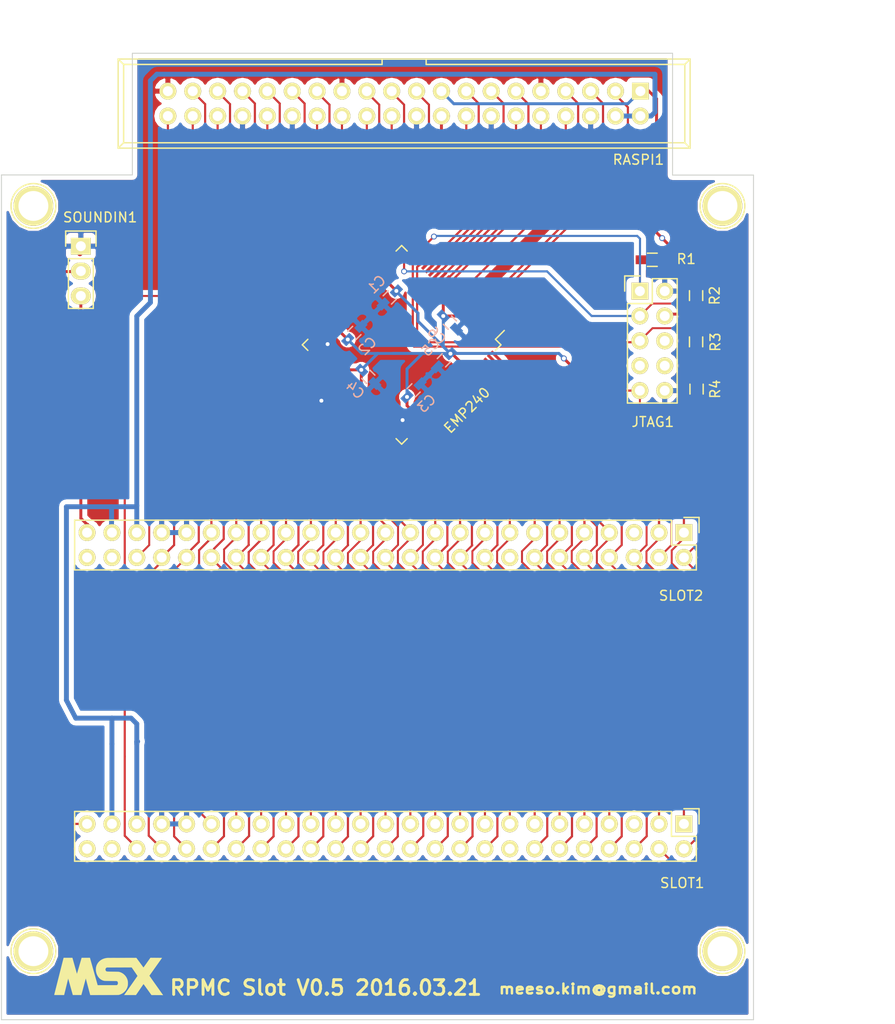
<source format=kicad_pcb>
(kicad_pcb (version 4) (host pcbnew 4.0.2-stable)
  (title_block (title "RPMC Slot Test") (date 2016-03-15) (rev 0.5) (company MSX))
  (layers (0 F.Cu signal) (31 B.Cu signal hide) (34 B.Paste user) (35 F.Paste user) (36 B.SilkS user) (37 F.SilkS user) (38 B.Mask user) (39 F.Mask user) (44 Edge.Cuts user))
  (net 0 "")
  (net 1 /MD02)
  (net 2 +5V)
  (net 3 /MD03)
  (net 4 /MD04)
  (net 5 /MD14)
  (net 6 /MD15)
  (net 7 /MRD)
  (net 8 /MMERQ)
  (net 9 /MEXT)
  (net 10 /SLTSL1)
  (net 11 /MWAIT)
  (net 12 /MA0)
  (net 13 /MD10)
  (net 14 /MD09)
  (net 15 /MODE)
  (net 16 /MD11)
  (net 17 /MD08)
  (net 18 /MD07)
  (net 19 /MD00)
  (net 20 /MD01)
  (net 21 /MD05)
  (net 22 /MD06)
  (net 23 /MD12)
  (net 24 /MD13)
  (net 25 /MIORQ)
  (net 26 /MWR)
  (net 27 /MCS)
  (net 28 /MRESET)
  (net 29 /MSLTSL0)
  (net 30 /CS1)
  (net 31 /CS2)
  (net 32 /CS12)
  (net 33 /SLTSL0)
  (net 34 /RFSH)
  (net 35 /NWAIT)
  (net 36 /INT)
  (net 37 /M1)
  (net 38 /BUSDIR)
  (net 39 /IORQ)
  (net 40 /MERQ)
  (net 41 /WR)
  (net 42 /RD)
  (net 43 /RESET)
  (net 44 /A9)
  (net 45 /A15)
  (net 46 /A11)
  (net 47 /A10)
  (net 48 /A7)
  (net 49 /A6)
  (net 50 /A12)
  (net 51 /A8)
  (net 52 /A14)
  (net 53 /A13)
  (net 54 /A1)
  (net 55 /A0)
  (net 56 /A3)
  (net 57 /A2)
  (net 58 /A5)
  (net 59 /A4)
  (net 60 /D1)
  (net 61 /D0)
  (net 62 /D3)
  (net 63 /D2)
  (net 64 /D5)
  (net 65 /D4)
  (net 66 /D7)
  (net 67 /D6)
  (net 68 /CLOCK)
  (net 69 /SWOUT)
  (net 70 /SW1)
  (net 71 /SW2)
  (net 72 /CLK)
  (net 73 /MSLTSL1)
  (net 74 /TMS)
  (net 75 /TDI)
  (net 76 /TCK)
  (net 77 /TDO)
  (net 78 +3V3)
  (net 79 GND)
  (net 80 /SOUNDIN1)
  (net 81 /SOUNDIN0)
  (net 82 "Net-(EMP240-Pad1)")
  (net 83 "Net-(EMP240-Pad2)")
  (net 84 "Net-(EMP240-Pad3)")
  (net 85 "Net-(EMP240-Pad4)")
  (net 86 "Net-(EMP240-Pad5)")
  (net 87 "Net-(EMP240-Pad8)")
  (net 88 "Net-(EMP240-Pad30)")
  (net 89 "Net-(EMP240-Pad64)")
  (net 90 "Net-(JTAG1-Pad6)")
  (net 91 "Net-(JTAG1-Pad7)")
  (net 92 "Net-(JTAG1-Pad8)")
  (net 93 "Net-(SLOT1-Pad5)")
  (net 94 "Net-(SLOT1-Pad16)")
  (net 95 "Net-(SLOT1-Pad48)")
  (net 96 "Net-(SLOT1-Pad50)")
  (net 97 "Net-(SLOT2-Pad5)")
  (net 98 "Net-(SLOT2-Pad16)")
  (net 99 "Net-(SLOT2-Pad48)")
  (net 100 "Net-(SLOT2-Pad50)")
  (module Capacitors_SMD:C_0603_HandSoldering (layer B.Cu) (at 128.89992 74.85634 45)
    (fp_text reference C2 (at 0 1.9 45) (layer B.SilkS) (effects (justify mirror)))
    (fp_text value C)
    (pad 1 smd rect (at -0.95 0 45) (size 1.2 0.75) (layers B.Cu B.Paste B.Mask) (net 78 +3V3))
    (pad 2 smd rect (at 0.95 0 45) (size 1.2 0.75) (layers B.Cu B.Paste B.Mask) (net 79 GND))
  )
  (module Housings_QFP:TQFP-100_14x14mm_Pitch0.5mm (layer F.Cu) (at 133.731 76.073 225)
    (fp_text reference EMP240 (at 0 -9.45 225) (layer F.SilkS))
    (fp_text value EMP240)
    (pad 1 smd rect (at -7.7 -6 225) (size 1.5 0.3) (layers F.Cu F.Paste F.Mask) (net 82 "Net-(EMP240-Pad1)"))
    (pad 2 smd rect (at -7.7 -5.5 225) (size 1.5 0.3) (layers F.Cu F.Paste F.Mask) (net 83 "Net-(EMP240-Pad2)"))
    (pad 3 smd rect (at -7.7 -5 225) (size 1.5 0.3) (layers F.Cu F.Paste F.Mask) (net 84 "Net-(EMP240-Pad3)"))
    (pad 4 smd rect (at -7.7 -4.5 225) (size 1.5 0.3) (layers F.Cu F.Paste F.Mask) (net 85 "Net-(EMP240-Pad4)"))
    (pad 5 smd rect (at -7.7 -4 225) (size 1.5 0.3) (layers F.Cu F.Paste F.Mask) (net 86 "Net-(EMP240-Pad5)"))
    (pad 6 smd rect (at -7.7 -3.5 225) (size 1.5 0.3) (layers F.Cu F.Paste F.Mask) (net 1 /MD02))
    (pad 7 smd rect (at -7.7 -3 225) (size 1.5 0.3) (layers F.Cu F.Paste F.Mask) (net 3 /MD03))
    (pad 8 smd rect (at -7.7 -2.5 225) (size 1.5 0.3) (layers F.Cu F.Paste F.Mask) (net 87 "Net-(EMP240-Pad8)"))
    (pad 9 smd rect (at -7.7 -2 225) (size 1.5 0.3) (layers F.Cu F.Paste F.Mask) (net 78 +3V3))
    (pad 10 smd rect (at -7.7 -1.5 225) (size 1.5 0.3) (layers F.Cu F.Paste F.Mask) (net 79 GND))
    (pad 11 smd rect (at -7.7 -1 225) (size 1.5 0.3) (layers F.Cu F.Paste F.Mask) (net 79 GND))
    (pad 12 smd rect (at -7.7 -0.5 225) (size 1.5 0.3) (layers F.Cu F.Paste F.Mask) (net 4 /MD04))
    (pad 13 smd rect (at -7.7 0 225) (size 1.5 0.3) (layers F.Cu F.Paste F.Mask) (net 78 +3V3))
    (pad 14 smd rect (at -7.7 0.5 225) (size 1.5 0.3) (layers F.Cu F.Paste F.Mask) (net 72 /CLK))
    (pad 15 smd rect (at -7.7 1 225) (size 1.5 0.3) (layers F.Cu F.Paste F.Mask) (net 5 /MD14))
    (pad 16 smd rect (at -7.7 1.5 225) (size 1.5 0.3) (layers F.Cu F.Paste F.Mask) (net 6 /MD15))
    (pad 17 smd rect (at -7.7 2 225) (size 1.5 0.3) (layers F.Cu F.Paste F.Mask) (net 7 /MRD))
    (pad 18 smd rect (at -7.7 2.5 225) (size 1.5 0.3) (layers F.Cu F.Paste F.Mask) (net 8 /MMERQ))
    (pad 19 smd rect (at -7.7 3 225) (size 1.5 0.3) (layers F.Cu F.Paste F.Mask) (net 9 /MEXT))
    (pad 20 smd rect (at -7.7 3.5 225) (size 1.5 0.3) (layers F.Cu F.Paste F.Mask) (net 73 /MSLTSL1))
    (pad 21 smd rect (at -7.7 4 225) (size 1.5 0.3) (layers F.Cu F.Paste F.Mask) (net 11 /MWAIT))
    (pad 22 smd rect (at -7.7 4.5 225) (size 1.5 0.3) (layers F.Cu F.Paste F.Mask) (net 74 /TMS))
    (pad 23 smd rect (at -7.7 5 225) (size 1.5 0.3) (layers F.Cu F.Paste F.Mask) (net 75 /TDI))
    (pad 24 smd rect (at -7.7 5.5 225) (size 1.5 0.3) (layers F.Cu F.Paste F.Mask) (net 76 /TCK))
    (pad 25 smd rect (at -7.7 6 225) (size 1.5 0.3) (layers F.Cu F.Paste F.Mask) (net 77 /TDO))
    (pad 26 smd rect (at -6 7.7 315) (size 1.5 0.3) (layers F.Cu F.Paste F.Mask) (net 12 /MA0))
    (pad 27 smd rect (at -5.5 7.7 315) (size 1.5 0.3) (layers F.Cu F.Paste F.Mask) (net 13 /MD10))
    (pad 28 smd rect (at -5 7.7 315) (size 1.5 0.3) (layers F.Cu F.Paste F.Mask) (net 14 /MD09))
    (pad 29 smd rect (at -4.5 7.7 315) (size 1.5 0.3) (layers F.Cu F.Paste F.Mask) (net 15 /MODE))
    (pad 30 smd rect (at -4 7.7 315) (size 1.5 0.3) (layers F.Cu F.Paste F.Mask) (net 88 "Net-(EMP240-Pad30)"))
    (pad 31 smd rect (at -3.5 7.7 315) (size 1.5 0.3) (layers F.Cu F.Paste F.Mask) (net 78 +3V3))
    (pad 32 smd rect (at -3 7.7 315) (size 1.5 0.3) (layers F.Cu F.Paste F.Mask) (net 79 GND))
    (pad 33 smd rect (at -2.5 7.7 315) (size 1.5 0.3) (layers F.Cu F.Paste F.Mask) (net 16 /MD11))
    (pad 34 smd rect (at -2 7.7 315) (size 1.5 0.3) (layers F.Cu F.Paste F.Mask) (net 17 /MD08))
    (pad 35 smd rect (at -1.5 7.7 315) (size 1.5 0.3) (layers F.Cu F.Paste F.Mask) (net 18 /MD07))
    (pad 36 smd rect (at -1 7.7 315) (size 1.5 0.3) (layers F.Cu F.Paste F.Mask) (net 19 /MD00))
    (pad 37 smd rect (at -0.5 7.7 315) (size 1.5 0.3) (layers F.Cu F.Paste F.Mask) (net 20 /MD01))
    (pad 38 smd rect (at 0 7.7 315) (size 1.5 0.3) (layers F.Cu F.Paste F.Mask) (net 21 /MD05))
    (pad 39 smd rect (at 0.5 7.7 315) (size 1.5 0.3) (layers F.Cu F.Paste F.Mask) (net 22 /MD06))
    (pad 40 smd rect (at 1 7.7 315) (size 1.5 0.3) (layers F.Cu F.Paste F.Mask) (net 23 /MD12))
    (pad 41 smd rect (at 1.5 7.7 315) (size 1.5 0.3) (layers F.Cu F.Paste F.Mask) (net 24 /MD13))
    (pad 42 smd rect (at 2 7.7 315) (size 1.5 0.3) (layers F.Cu F.Paste F.Mask) (net 25 /MIORQ))
    (pad 43 smd rect (at 2.5 7.7 315) (size 1.5 0.3) (layers F.Cu F.Paste F.Mask) (net 26 /MWR))
    (pad 44 smd rect (at 3 7.7 315) (size 1.5 0.3) (layers F.Cu F.Paste F.Mask) (net 27 /MCS))
    (pad 45 smd rect (at 3.5 7.7 315) (size 1.5 0.3) (layers F.Cu F.Paste F.Mask) (net 78 +3V3))
    (pad 46 smd rect (at 4 7.7 315) (size 1.5 0.3) (layers F.Cu F.Paste F.Mask) (net 79 GND))
    (pad 47 smd rect (at 4.5 7.7 315) (size 1.5 0.3) (layers F.Cu F.Paste F.Mask) (net 28 /MRESET))
    (pad 48 smd rect (at 5 7.7 315) (size 1.5 0.3) (layers F.Cu F.Paste F.Mask) (net 29 /MSLTSL0))
    (pad 49 smd rect (at 5.5 7.7 315) (size 1.5 0.3) (layers F.Cu F.Paste F.Mask) (net 71 /SW2))
    (pad 50 smd rect (at 6 7.7 315) (size 1.5 0.3) (layers F.Cu F.Paste F.Mask) (net 70 /SW1))
    (pad 51 smd rect (at 7.7 6 225) (size 1.5 0.3) (layers F.Cu F.Paste F.Mask) (net 69 /SWOUT))
    (pad 52 smd rect (at 7.7 5.5 225) (size 1.5 0.3) (layers F.Cu F.Paste F.Mask) (net 68 /CLOCK))
    (pad 53 smd rect (at 7.7 5 225) (size 1.5 0.3) (layers F.Cu F.Paste F.Mask) (net 66 /D7))
    (pad 54 smd rect (at 7.7 4.5 225) (size 1.5 0.3) (layers F.Cu F.Paste F.Mask) (net 67 /D6))
    (pad 55 smd rect (at 7.7 4 225) (size 1.5 0.3) (layers F.Cu F.Paste F.Mask) (net 64 /D5))
    (pad 56 smd rect (at 7.7 3.5 225) (size 1.5 0.3) (layers F.Cu F.Paste F.Mask) (net 65 /D4))
    (pad 57 smd rect (at 7.7 3 225) (size 1.5 0.3) (layers F.Cu F.Paste F.Mask) (net 62 /D3))
    (pad 58 smd rect (at 7.7 2.5 225) (size 1.5 0.3) (layers F.Cu F.Paste F.Mask) (net 63 /D2))
    (pad 59 smd rect (at 7.7 2 225) (size 1.5 0.3) (layers F.Cu F.Paste F.Mask) (net 78 +3V3))
    (pad 60 smd rect (at 7.7 1.5 225) (size 1.5 0.3) (layers F.Cu F.Paste F.Mask) (net 79 GND))
    (pad 61 smd rect (at 7.7 1 225) (size 1.5 0.3) (layers F.Cu F.Paste F.Mask) (net 60 /D1))
    (pad 62 smd rect (at 7.7 0.5 225) (size 1.5 0.3) (layers F.Cu F.Paste F.Mask) (net 61 /D0))
    (pad 63 smd rect (at 7.7 0 225) (size 1.5 0.3) (layers F.Cu F.Paste F.Mask) (net 78 +3V3))
    (pad 64 smd rect (at 7.7 -0.5 225) (size 1.5 0.3) (layers F.Cu F.Paste F.Mask) (net 89 "Net-(EMP240-Pad64)"))
    (pad 65 smd rect (at 7.7 -1 225) (size 1.5 0.3) (layers F.Cu F.Paste F.Mask) (net 79 GND))
    (pad 66 smd rect (at 7.7 -1.5 225) (size 1.5 0.3) (layers F.Cu F.Paste F.Mask) (net 58 /A5))
    (pad 67 smd rect (at 7.7 -2 225) (size 1.5 0.3) (layers F.Cu F.Paste F.Mask) (net 59 /A4))
    (pad 68 smd rect (at 7.7 -2.5 225) (size 1.5 0.3) (layers F.Cu F.Paste F.Mask) (net 56 /A3))
    (pad 69 smd rect (at 7.7 -3 225) (size 1.5 0.3) (layers F.Cu F.Paste F.Mask) (net 57 /A2))
    (pad 70 smd rect (at 7.7 -3.5 225) (size 1.5 0.3) (layers F.Cu F.Paste F.Mask) (net 54 /A1))
    (pad 71 smd rect (at 7.7 -4 225) (size 1.5 0.3) (layers F.Cu F.Paste F.Mask) (net 55 /A0))
    (pad 72 smd rect (at 7.7 -4.5 225) (size 1.5 0.3) (layers F.Cu F.Paste F.Mask) (net 52 /A14))
    (pad 73 smd rect (at 7.7 -5 225) (size 1.5 0.3) (layers F.Cu F.Paste F.Mask) (net 53 /A13))
    (pad 74 smd rect (at 7.7 -5.5 225) (size 1.5 0.3) (layers F.Cu F.Paste F.Mask) (net 50 /A12))
    (pad 75 smd rect (at 7.7 -6 225) (size 1.5 0.3) (layers F.Cu F.Paste F.Mask) (net 51 /A8))
    (pad 76 smd rect (at 6 -7.7 315) (size 1.5 0.3) (layers F.Cu F.Paste F.Mask) (net 48 /A7))
    (pad 77 smd rect (at 5.5 -7.7 315) (size 1.5 0.3) (layers F.Cu F.Paste F.Mask) (net 49 /A6))
    (pad 78 smd rect (at 5 -7.7 315) (size 1.5 0.3) (layers F.Cu F.Paste F.Mask) (net 46 /A11))
    (pad 79 smd rect (at 4.5 -7.7 315) (size 1.5 0.3) (layers F.Cu F.Paste F.Mask) (net 79 GND))
    (pad 80 smd rect (at 4 -7.7 315) (size 1.5 0.3) (layers F.Cu F.Paste F.Mask) (net 78 +3V3))
    (pad 81 smd rect (at 3.5 -7.7 315) (size 1.5 0.3) (layers F.Cu F.Paste F.Mask) (net 47 /A10))
    (pad 82 smd rect (at 3 -7.7 315) (size 1.5 0.3) (layers F.Cu F.Paste F.Mask) (net 44 /A9))
    (pad 83 smd rect (at 2.5 -7.7 315) (size 1.5 0.3) (layers F.Cu F.Paste F.Mask) (net 45 /A15))
    (pad 84 smd rect (at 2 -7.7 315) (size 1.5 0.3) (layers F.Cu F.Paste F.Mask) (net 43 /RESET))
    (pad 85 smd rect (at 1.5 -7.7 315) (size 1.5 0.3) (layers F.Cu F.Paste F.Mask) (net 41 /WR))
    (pad 86 smd rect (at 1 -7.7 315) (size 1.5 0.3) (layers F.Cu F.Paste F.Mask) (net 42 /RD))
    (pad 87 smd rect (at 0.5 -7.7 315) (size 1.5 0.3) (layers F.Cu F.Paste F.Mask) (net 39 /IORQ))
    (pad 88 smd rect (at 0 -7.7 315) (size 1.5 0.3) (layers F.Cu F.Paste F.Mask) (net 40 /MERQ))
    (pad 89 smd rect (at -0.5 -7.7 315) (size 1.5 0.3) (layers F.Cu F.Paste F.Mask) (net 37 /M1))
    (pad 90 smd rect (at -1 -7.7 315) (size 1.5 0.3) (layers F.Cu F.Paste F.Mask) (net 38 /BUSDIR))
    (pad 91 smd rect (at -1.5 -7.7 315) (size 1.5 0.3) (layers F.Cu F.Paste F.Mask) (net 35 /NWAIT))
    (pad 92 smd rect (at -2 -7.7 315) (size 1.5 0.3) (layers F.Cu F.Paste F.Mask) (net 36 /INT))
    (pad 93 smd rect (at -2.5 -7.7 315) (size 1.5 0.3) (layers F.Cu F.Paste F.Mask) (net 79 GND))
    (pad 94 smd rect (at -3 -7.7 315) (size 1.5 0.3) (layers F.Cu F.Paste F.Mask) (net 78 +3V3))
    (pad 95 smd rect (at -3.5 -7.7 315) (size 1.5 0.3) (layers F.Cu F.Paste F.Mask) (net 34 /RFSH))
    (pad 96 smd rect (at -4 -7.7 315) (size 1.5 0.3) (layers F.Cu F.Paste F.Mask) (net 32 /CS12))
    (pad 97 smd rect (at -4.5 -7.7 315) (size 1.5 0.3) (layers F.Cu F.Paste F.Mask) (net 33 /SLTSL0))
    (pad 98 smd rect (at -5 -7.7 315) (size 1.5 0.3) (layers F.Cu F.Paste F.Mask) (net 30 /CS1))
    (pad 99 smd rect (at -5.5 -7.7 315) (size 1.5 0.3) (layers F.Cu F.Paste F.Mask) (net 31 /CS2))
    (pad 100 smd rect (at -6 -7.7 315) (size 1.5 0.3) (layers F.Cu F.Paste F.Mask) (net 10 /SLTSL1))
  )
  (module Pin_Headers:Pin_Header_Straight_2x25 (layer F.Cu) (at 162.56 95.25 270)
    (fp_text reference SLOT2 (at 6.44144 0.28956 360) (layer F.SilkS))
    (fp_text value CONN_02X25)
    (pad 1 thru_hole rect (at 0 0 270) (size 1.7272 1.7272) (drill 1.016) (layers *.Cu *.Mask F.SilkS) (net 30 /CS1))
    (pad 2 thru_hole oval (at 2.54 0 270) (size 1.7272 1.7272) (drill 1.016) (layers *.Cu *.Mask F.SilkS) (net 31 /CS2))
    (pad 3 thru_hole oval (at 0 2.54 270) (size 1.7272 1.7272) (drill 1.016) (layers *.Cu *.Mask F.SilkS) (net 32 /CS12))
    (pad 4 thru_hole oval (at 2.54 2.54 270) (size 1.7272 1.7272) (drill 1.016) (layers *.Cu *.Mask F.SilkS) (net 33 /SLTSL0))
    (pad 5 thru_hole oval (at 0 5.08 270) (size 1.7272 1.7272) (drill 1.016) (layers *.Cu *.Mask F.SilkS) (net 97 "Net-(SLOT2-Pad5)"))
    (pad 6 thru_hole oval (at 2.54 5.08 270) (size 1.7272 1.7272) (drill 1.016) (layers *.Cu *.Mask F.SilkS) (net 34 /RFSH))
    (pad 7 thru_hole oval (at 0 7.62 270) (size 1.7272 1.7272) (drill 1.016) (layers *.Cu *.Mask F.SilkS) (net 35 /NWAIT))
    (pad 8 thru_hole oval (at 2.54 7.62 270) (size 1.7272 1.7272) (drill 1.016) (layers *.Cu *.Mask F.SilkS) (net 36 /INT))
    (pad 9 thru_hole oval (at 0 10.16 270) (size 1.7272 1.7272) (drill 1.016) (layers *.Cu *.Mask F.SilkS) (net 37 /M1))
    (pad 10 thru_hole oval (at 2.54 10.16 270) (size 1.7272 1.7272) (drill 1.016) (layers *.Cu *.Mask F.SilkS) (net 38 /BUSDIR))
    (pad 11 thru_hole oval (at 0 12.7 270) (size 1.7272 1.7272) (drill 1.016) (layers *.Cu *.Mask F.SilkS) (net 39 /IORQ))
    (pad 12 thru_hole oval (at 2.54 12.7 270) (size 1.7272 1.7272) (drill 1.016) (layers *.Cu *.Mask F.SilkS) (net 40 /MERQ))
    (pad 13 thru_hole oval (at 0 15.24 270) (size 1.7272 1.7272) (drill 1.016) (layers *.Cu *.Mask F.SilkS) (net 41 /WR))
    (pad 14 thru_hole oval (at 2.54 15.24 270) (size 1.7272 1.7272) (drill 1.016) (layers *.Cu *.Mask F.SilkS) (net 42 /RD))
    (pad 15 thru_hole oval (at 0 17.78 270) (size 1.7272 1.7272) (drill 1.016) (layers *.Cu *.Mask F.SilkS) (net 43 /RESET))
    (pad 16 thru_hole oval (at 2.54 17.78 270) (size 1.7272 1.7272) (drill 1.016) (layers *.Cu *.Mask F.SilkS) (net 98 "Net-(SLOT2-Pad16)"))
    (pad 17 thru_hole oval (at 0 20.32 270) (size 1.7272 1.7272) (drill 1.016) (layers *.Cu *.Mask F.SilkS) (net 44 /A9))
    (pad 18 thru_hole oval (at 2.54 20.32 270) (size 1.7272 1.7272) (drill 1.016) (layers *.Cu *.Mask F.SilkS) (net 45 /A15))
    (pad 19 thru_hole oval (at 0 22.86 270) (size 1.7272 1.7272) (drill 1.016) (layers *.Cu *.Mask F.SilkS) (net 46 /A11))
    (pad 20 thru_hole oval (at 2.54 22.86 270) (size 1.7272 1.7272) (drill 1.016) (layers *.Cu *.Mask F.SilkS) (net 47 /A10))
    (pad 21 thru_hole oval (at 0 25.4 270) (size 1.7272 1.7272) (drill 1.016) (layers *.Cu *.Mask F.SilkS) (net 48 /A7))
    (pad 22 thru_hole oval (at 2.54 25.4 270) (size 1.7272 1.7272) (drill 1.016) (layers *.Cu *.Mask F.SilkS) (net 49 /A6))
    (pad 23 thru_hole oval (at 0 27.94 270) (size 1.7272 1.7272) (drill 1.016) (layers *.Cu *.Mask F.SilkS) (net 50 /A12))
    (pad 24 thru_hole oval (at 2.54 27.94 270) (size 1.7272 1.7272) (drill 1.016) (layers *.Cu *.Mask F.SilkS) (net 51 /A8))
    (pad 25 thru_hole oval (at 0 30.48 270) (size 1.7272 1.7272) (drill 1.016) (layers *.Cu *.Mask F.SilkS) (net 52 /A14))
    (pad 26 thru_hole oval (at 2.54 30.48 270) (size 1.7272 1.7272) (drill 1.016) (layers *.Cu *.Mask F.SilkS) (net 53 /A13))
    (pad 27 thru_hole oval (at 0 33.02 270) (size 1.7272 1.7272) (drill 1.016) (layers *.Cu *.Mask F.SilkS) (net 54 /A1))
    (pad 28 thru_hole oval (at 2.54 33.02 270) (size 1.7272 1.7272) (drill 1.016) (layers *.Cu *.Mask F.SilkS) (net 55 /A0))
    (pad 29 thru_hole oval (at 0 35.56 270) (size 1.7272 1.7272) (drill 1.016) (layers *.Cu *.Mask F.SilkS) (net 56 /A3))
    (pad 30 thru_hole oval (at 2.54 35.56 270) (size 1.7272 1.7272) (drill 1.016) (layers *.Cu *.Mask F.SilkS) (net 57 /A2))
    (pad 31 thru_hole oval (at 0 38.1 270) (size 1.7272 1.7272) (drill 1.016) (layers *.Cu *.Mask F.SilkS) (net 58 /A5))
    (pad 32 thru_hole oval (at 2.54 38.1 270) (size 1.7272 1.7272) (drill 1.016) (layers *.Cu *.Mask F.SilkS) (net 59 /A4))
    (pad 33 thru_hole oval (at 0 40.64 270) (size 1.7272 1.7272) (drill 1.016) (layers *.Cu *.Mask F.SilkS) (net 60 /D1))
    (pad 34 thru_hole oval (at 2.54 40.64 270) (size 1.7272 1.7272) (drill 1.016) (layers *.Cu *.Mask F.SilkS) (net 61 /D0))
    (pad 35 thru_hole oval (at 0 43.18 270) (size 1.7272 1.7272) (drill 1.016) (layers *.Cu *.Mask F.SilkS) (net 62 /D3))
    (pad 36 thru_hole oval (at 2.54 43.18 270) (size 1.7272 1.7272) (drill 1.016) (layers *.Cu *.Mask F.SilkS) (net 63 /D2))
    (pad 37 thru_hole oval (at 0 45.72 270) (size 1.7272 1.7272) (drill 1.016) (layers *.Cu *.Mask F.SilkS) (net 64 /D5))
    (pad 38 thru_hole oval (at 2.54 45.72 270) (size 1.7272 1.7272) (drill 1.016) (layers *.Cu *.Mask F.SilkS) (net 65 /D4))
    (pad 39 thru_hole oval (at 0 48.26 270) (size 1.7272 1.7272) (drill 1.016) (layers *.Cu *.Mask F.SilkS) (net 66 /D7))
    (pad 40 thru_hole oval (at 2.54 48.26 270) (size 1.7272 1.7272) (drill 1.016) (layers *.Cu *.Mask F.SilkS) (net 67 /D6))
    (pad 41 thru_hole oval (at 0 50.8 270) (size 1.7272 1.7272) (drill 1.016) (layers *.Cu *.Mask F.SilkS) (net 79 GND))
    (pad 42 thru_hole oval (at 2.54 50.8 270) (size 1.7272 1.7272) (drill 1.016) (layers *.Cu *.Mask F.SilkS) (net 68 /CLOCK))
    (pad 43 thru_hole oval (at 0 53.34 270) (size 1.7272 1.7272) (drill 1.016) (layers *.Cu *.Mask F.SilkS) (net 79 GND))
    (pad 44 thru_hole oval (at 2.54 53.34 270) (size 1.7272 1.7272) (drill 1.016) (layers *.Cu *.Mask F.SilkS) (net 69 /SWOUT))
    (pad 45 thru_hole oval (at 0 55.88 270) (size 1.7272 1.7272) (drill 1.016) (layers *.Cu *.Mask F.SilkS) (net 2 +5V))
    (pad 46 thru_hole oval (at 2.54 55.88 270) (size 1.7272 1.7272) (drill 1.016) (layers *.Cu *.Mask F.SilkS) (net 70 /SW1))
    (pad 47 thru_hole oval (at 0 58.42 270) (size 1.7272 1.7272) (drill 1.016) (layers *.Cu *.Mask F.SilkS) (net 2 +5V))
    (pad 48 thru_hole oval (at 2.54 58.42 270) (size 1.7272 1.7272) (drill 1.016) (layers *.Cu *.Mask F.SilkS) (net 99 "Net-(SLOT2-Pad48)"))
    (pad 49 thru_hole oval (at 0 60.96 270) (size 1.7272 1.7272) (drill 1.016) (layers *.Cu *.Mask F.SilkS) (net 80 /SOUNDIN1))
    (pad 50 thru_hole oval (at 2.54 60.96 270) (size 1.7272 1.7272) (drill 1.016) (layers *.Cu *.Mask F.SilkS) (net 100 "Net-(SLOT2-Pad50)"))
  )
  (module Connect:1pin (layer F.Cu) (at 166.5 61.889)
    (fp_text reference REF** hide)
    (fp_text value 1pin)
    (pad 1 thru_hole circle (at 0 0) (size 4.064 4.064) (drill 3.048) (layers *.Cu *.Mask F.SilkS))
  )
  (module Connect:1pin (layer F.Cu) (at 96.11868 61.889)
    (fp_text reference REF** hide)
    (fp_text value 1pin)
    (pad 1 thru_hole circle (at 0 0) (size 4.064 4.064) (drill 3.048) (layers *.Cu *.Mask F.SilkS))
  )
  (module Connect:1pin (layer F.Cu) (at 166.5 138)
    (fp_text reference REF** hide)
    (fp_text value 1pin)
    (pad 1 thru_hole circle (at 0 0) (size 4.064 4.064) (drill 3.048) (layers *.Cu *.Mask F.SilkS))
  )
  (module Pin_Headers:Pin_Header_Straight_2x25 (layer F.Cu) (at 162.56 125 270)
    (fp_text reference SLOT1 (at 6.04012 0.17272 360) (layer F.SilkS))
    (fp_text value CONN_02X25)
    (pad 1 thru_hole rect (at 0 0 270) (size 1.7272 1.7272) (drill 1.016) (layers *.Cu *.Mask F.SilkS) (net 30 /CS1))
    (pad 2 thru_hole oval (at 2.54 0 270) (size 1.7272 1.7272) (drill 1.016) (layers *.Cu *.Mask F.SilkS) (net 31 /CS2))
    (pad 3 thru_hole oval (at 0 2.54 270) (size 1.7272 1.7272) (drill 1.016) (layers *.Cu *.Mask F.SilkS) (net 32 /CS12))
    (pad 4 thru_hole oval (at 2.54 2.54 270) (size 1.7272 1.7272) (drill 1.016) (layers *.Cu *.Mask F.SilkS) (net 10 /SLTSL1))
    (pad 5 thru_hole oval (at 0 5.08 270) (size 1.7272 1.7272) (drill 1.016) (layers *.Cu *.Mask F.SilkS) (net 93 "Net-(SLOT1-Pad5)"))
    (pad 6 thru_hole oval (at 2.54 5.08 270) (size 1.7272 1.7272) (drill 1.016) (layers *.Cu *.Mask F.SilkS) (net 34 /RFSH))
    (pad 7 thru_hole oval (at 0 7.62 270) (size 1.7272 1.7272) (drill 1.016) (layers *.Cu *.Mask F.SilkS) (net 35 /NWAIT))
    (pad 8 thru_hole oval (at 2.54 7.62 270) (size 1.7272 1.7272) (drill 1.016) (layers *.Cu *.Mask F.SilkS) (net 36 /INT))
    (pad 9 thru_hole oval (at 0 10.16 270) (size 1.7272 1.7272) (drill 1.016) (layers *.Cu *.Mask F.SilkS) (net 37 /M1))
    (pad 10 thru_hole oval (at 2.54 10.16 270) (size 1.7272 1.7272) (drill 1.016) (layers *.Cu *.Mask F.SilkS) (net 38 /BUSDIR))
    (pad 11 thru_hole oval (at 0 12.7 270) (size 1.7272 1.7272) (drill 1.016) (layers *.Cu *.Mask F.SilkS) (net 39 /IORQ))
    (pad 12 thru_hole oval (at 2.54 12.7 270) (size 1.7272 1.7272) (drill 1.016) (layers *.Cu *.Mask F.SilkS) (net 40 /MERQ))
    (pad 13 thru_hole oval (at 0 15.24 270) (size 1.7272 1.7272) (drill 1.016) (layers *.Cu *.Mask F.SilkS) (net 41 /WR))
    (pad 14 thru_hole oval (at 2.54 15.24 270) (size 1.7272 1.7272) (drill 1.016) (layers *.Cu *.Mask F.SilkS) (net 42 /RD))
    (pad 15 thru_hole oval (at 0 17.78 270) (size 1.7272 1.7272) (drill 1.016) (layers *.Cu *.Mask F.SilkS) (net 43 /RESET))
    (pad 16 thru_hole oval (at 2.54 17.78 270) (size 1.7272 1.7272) (drill 1.016) (layers *.Cu *.Mask F.SilkS) (net 94 "Net-(SLOT1-Pad16)"))
    (pad 17 thru_hole oval (at 0 20.32 270) (size 1.7272 1.7272) (drill 1.016) (layers *.Cu *.Mask F.SilkS) (net 44 /A9))
    (pad 18 thru_hole oval (at 2.54 20.32 270) (size 1.7272 1.7272) (drill 1.016) (layers *.Cu *.Mask F.SilkS) (net 45 /A15))
    (pad 19 thru_hole oval (at 0 22.86 270) (size 1.7272 1.7272) (drill 1.016) (layers *.Cu *.Mask F.SilkS) (net 46 /A11))
    (pad 20 thru_hole oval (at 2.54 22.86 270) (size 1.7272 1.7272) (drill 1.016) (layers *.Cu *.Mask F.SilkS) (net 47 /A10))
    (pad 21 thru_hole oval (at 0 25.4 270) (size 1.7272 1.7272) (drill 1.016) (layers *.Cu *.Mask F.SilkS) (net 48 /A7))
    (pad 22 thru_hole oval (at 2.54 25.4 270) (size 1.7272 1.7272) (drill 1.016) (layers *.Cu *.Mask F.SilkS) (net 49 /A6))
    (pad 23 thru_hole oval (at 0 27.94 270) (size 1.7272 1.7272) (drill 1.016) (layers *.Cu *.Mask F.SilkS) (net 50 /A12))
    (pad 24 thru_hole oval (at 2.54 27.94 270) (size 1.7272 1.7272) (drill 1.016) (layers *.Cu *.Mask F.SilkS) (net 51 /A8))
    (pad 25 thru_hole oval (at 0 30.48 270) (size 1.7272 1.7272) (drill 1.016) (layers *.Cu *.Mask F.SilkS) (net 52 /A14))
    (pad 26 thru_hole oval (at 2.54 30.48 270) (size 1.7272 1.7272) (drill 1.016) (layers *.Cu *.Mask F.SilkS) (net 53 /A13))
    (pad 27 thru_hole oval (at 0 33.02 270) (size 1.7272 1.7272) (drill 1.016) (layers *.Cu *.Mask F.SilkS) (net 54 /A1))
    (pad 28 thru_hole oval (at 2.54 33.02 270) (size 1.7272 1.7272) (drill 1.016) (layers *.Cu *.Mask F.SilkS) (net 55 /A0))
    (pad 29 thru_hole oval (at 0 35.56 270) (size 1.7272 1.7272) (drill 1.016) (layers *.Cu *.Mask F.SilkS) (net 56 /A3))
    (pad 30 thru_hole oval (at 2.54 35.56 270) (size 1.7272 1.7272) (drill 1.016) (layers *.Cu *.Mask F.SilkS) (net 57 /A2))
    (pad 31 thru_hole oval (at 0 38.1 270) (size 1.7272 1.7272) (drill 1.016) (layers *.Cu *.Mask F.SilkS) (net 58 /A5))
    (pad 32 thru_hole oval (at 2.54 38.1 270) (size 1.7272 1.7272) (drill 1.016) (layers *.Cu *.Mask F.SilkS) (net 59 /A4))
    (pad 33 thru_hole oval (at 0 40.64 270) (size 1.7272 1.7272) (drill 1.016) (layers *.Cu *.Mask F.SilkS) (net 60 /D1))
    (pad 34 thru_hole oval (at 2.54 40.64 270) (size 1.7272 1.7272) (drill 1.016) (layers *.Cu *.Mask F.SilkS) (net 61 /D0))
    (pad 35 thru_hole oval (at 0 43.18 270) (size 1.7272 1.7272) (drill 1.016) (layers *.Cu *.Mask F.SilkS) (net 62 /D3))
    (pad 36 thru_hole oval (at 2.54 43.18 270) (size 1.7272 1.7272) (drill 1.016) (layers *.Cu *.Mask F.SilkS) (net 63 /D2))
    (pad 37 thru_hole oval (at 0 45.72 270) (size 1.7272 1.7272) (drill 1.016) (layers *.Cu *.Mask F.SilkS) (net 64 /D5))
    (pad 38 thru_hole oval (at 2.54 45.72 270) (size 1.7272 1.7272) (drill 1.016) (layers *.Cu *.Mask F.SilkS) (net 65 /D4))
    (pad 39 thru_hole oval (at 0 48.26 270) (size 1.7272 1.7272) (drill 1.016) (layers *.Cu *.Mask F.SilkS) (net 66 /D7))
    (pad 40 thru_hole oval (at 2.54 48.26 270) (size 1.7272 1.7272) (drill 1.016) (layers *.Cu *.Mask F.SilkS) (net 67 /D6))
    (pad 41 thru_hole oval (at 0 50.8 270) (size 1.7272 1.7272) (drill 1.016) (layers *.Cu *.Mask F.SilkS) (net 79 GND))
    (pad 42 thru_hole oval (at 2.54 50.8 270) (size 1.7272 1.7272) (drill 1.016) (layers *.Cu *.Mask F.SilkS) (net 68 /CLOCK))
    (pad 43 thru_hole oval (at 0 53.34 270) (size 1.7272 1.7272) (drill 1.016) (layers *.Cu *.Mask F.SilkS) (net 79 GND))
    (pad 44 thru_hole oval (at 2.54 53.34 270) (size 1.7272 1.7272) (drill 1.016) (layers *.Cu *.Mask F.SilkS) (net 69 /SWOUT))
    (pad 45 thru_hole oval (at 0 55.88 270) (size 1.7272 1.7272) (drill 1.016) (layers *.Cu *.Mask F.SilkS) (net 2 +5V))
    (pad 46 thru_hole oval (at 2.54 55.88 270) (size 1.7272 1.7272) (drill 1.016) (layers *.Cu *.Mask F.SilkS) (net 71 /SW2))
    (pad 47 thru_hole oval (at 0 58.42 270) (size 1.7272 1.7272) (drill 1.016) (layers *.Cu *.Mask F.SilkS) (net 2 +5V))
    (pad 48 thru_hole oval (at 2.54 58.42 270) (size 1.7272 1.7272) (drill 1.016) (layers *.Cu *.Mask F.SilkS) (net 95 "Net-(SLOT1-Pad48)"))
    (pad 49 thru_hole oval (at 0 60.96 270) (size 1.7272 1.7272) (drill 1.016) (layers *.Cu *.Mask F.SilkS) (net 81 /SOUNDIN0))
    (pad 50 thru_hole oval (at 2.54 60.96 270) (size 1.7272 1.7272) (drill 1.016) (layers *.Cu *.Mask F.SilkS) (net 96 "Net-(SLOT1-Pad50)"))
  )
  (module Connect:IDC_Header_Straight_40pins (layer F.Cu) (at 158.115 50.165 180)
    (fp_text reference RASPI1 (at 0.19812 -7.00024 180) (layer F.SilkS))
    (fp_text value RPi_GPIO)
    (pad 1 thru_hole rect (at 0 0 180) (size 1.7272 1.7272) (drill 1.016) (layers *.Cu *.Mask F.SilkS) (net 78 +3V3))
    (pad 2 thru_hole oval (at 0 -2.54 180) (size 1.7272 1.7272) (drill 1.016) (layers *.Cu *.Mask F.SilkS) (net 2 +5V))
    (pad 3 thru_hole oval (at 2.54 0 180) (size 1.7272 1.7272) (drill 1.016) (layers *.Cu *.Mask F.SilkS) (net 1 /MD02))
    (pad 4 thru_hole oval (at 2.54 -2.54 180) (size 1.7272 1.7272) (drill 1.016) (layers *.Cu *.Mask F.SilkS) (net 2 +5V))
    (pad 5 thru_hole oval (at 5.08 0 180) (size 1.7272 1.7272) (drill 1.016) (layers *.Cu *.Mask F.SilkS) (net 3 /MD03))
    (pad 6 thru_hole oval (at 5.08 -2.54 180) (size 1.7272 1.7272) (drill 1.016) (layers *.Cu *.Mask F.SilkS) (net 79 GND))
    (pad 7 thru_hole oval (at 7.62 0 180) (size 1.7272 1.7272) (drill 1.016) (layers *.Cu *.Mask F.SilkS) (net 4 /MD04))
    (pad 8 thru_hole oval (at 7.62 -2.54 180) (size 1.7272 1.7272) (drill 1.016) (layers *.Cu *.Mask F.SilkS) (net 5 /MD14))
    (pad 9 thru_hole oval (at 10.16 0 180) (size 1.7272 1.7272) (drill 1.016) (layers *.Cu *.Mask F.SilkS) (net 79 GND))
    (pad 10 thru_hole oval (at 10.16 -2.54 180) (size 1.7272 1.7272) (drill 1.016) (layers *.Cu *.Mask F.SilkS) (net 6 /MD15))
    (pad 11 thru_hole oval (at 12.7 0 180) (size 1.7272 1.7272) (drill 1.016) (layers *.Cu *.Mask F.SilkS) (net 7 /MRD))
    (pad 12 thru_hole oval (at 12.7 -2.54 180) (size 1.7272 1.7272) (drill 1.016) (layers *.Cu *.Mask F.SilkS) (net 8 /MMERQ))
    (pad 13 thru_hole oval (at 15.24 0 180) (size 1.7272 1.7272) (drill 1.016) (layers *.Cu *.Mask F.SilkS) (net 9 /MEXT))
    (pad 14 thru_hole oval (at 15.24 -2.54 180) (size 1.7272 1.7272) (drill 1.016) (layers *.Cu *.Mask F.SilkS) (net 79 GND))
    (pad 15 thru_hole oval (at 17.78 0 180) (size 1.7272 1.7272) (drill 1.016) (layers *.Cu *.Mask F.SilkS) (net 73 /MSLTSL1))
    (pad 16 thru_hole oval (at 17.78 -2.54 180) (size 1.7272 1.7272) (drill 1.016) (layers *.Cu *.Mask F.SilkS) (net 11 /MWAIT))
    (pad 17 thru_hole oval (at 20.32 0 180) (size 1.7272 1.7272) (drill 1.016) (layers *.Cu *.Mask F.SilkS) (net 78 +3V3))
    (pad 18 thru_hole oval (at 20.32 -2.54 180) (size 1.7272 1.7272) (drill 1.016) (layers *.Cu *.Mask F.SilkS) (net 12 /MA0))
    (pad 19 thru_hole oval (at 22.86 0 180) (size 1.7272 1.7272) (drill 1.016) (layers *.Cu *.Mask F.SilkS) (net 13 /MD10))
    (pad 20 thru_hole oval (at 22.86 -2.54 180) (size 1.7272 1.7272) (drill 1.016) (layers *.Cu *.Mask F.SilkS) (net 79 GND))
    (pad 21 thru_hole oval (at 25.4 0 180) (size 1.7272 1.7272) (drill 1.016) (layers *.Cu *.Mask F.SilkS) (net 14 /MD09))
    (pad 22 thru_hole oval (at 25.4 -2.54 180) (size 1.7272 1.7272) (drill 1.016) (layers *.Cu *.Mask F.SilkS) (net 15 /MODE))
    (pad 23 thru_hole oval (at 27.94 0 180) (size 1.7272 1.7272) (drill 1.016) (layers *.Cu *.Mask F.SilkS) (net 16 /MD11))
    (pad 24 thru_hole oval (at 27.94 -2.54 180) (size 1.7272 1.7272) (drill 1.016) (layers *.Cu *.Mask F.SilkS) (net 17 /MD08))
    (pad 25 thru_hole oval (at 30.48 0 180) (size 1.7272 1.7272) (drill 1.016) (layers *.Cu *.Mask F.SilkS) (net 79 GND))
    (pad 26 thru_hole oval (at 30.48 -2.54 180) (size 1.7272 1.7272) (drill 1.016) (layers *.Cu *.Mask F.SilkS) (net 18 /MD07))
    (pad 27 thru_hole oval (at 33.02 0 180) (size 1.7272 1.7272) (drill 1.016) (layers *.Cu *.Mask F.SilkS) (net 19 /MD00))
    (pad 28 thru_hole oval (at 33.02 -2.54 180) (size 1.7272 1.7272) (drill 1.016) (layers *.Cu *.Mask F.SilkS) (net 20 /MD01))
    (pad 29 thru_hole oval (at 35.56 0 180) (size 1.7272 1.7272) (drill 1.016) (layers *.Cu *.Mask F.SilkS) (net 21 /MD05))
    (pad 30 thru_hole oval (at 35.56 -2.54 180) (size 1.7272 1.7272) (drill 1.016) (layers *.Cu *.Mask F.SilkS) (net 79 GND))
    (pad 31 thru_hole oval (at 38.1 0 180) (size 1.7272 1.7272) (drill 1.016) (layers *.Cu *.Mask F.SilkS) (net 22 /MD06))
    (pad 32 thru_hole oval (at 38.1 -2.54 180) (size 1.7272 1.7272) (drill 1.016) (layers *.Cu *.Mask F.SilkS) (net 23 /MD12))
    (pad 33 thru_hole oval (at 40.64 0 180) (size 1.7272 1.7272) (drill 1.016) (layers *.Cu *.Mask F.SilkS) (net 24 /MD13))
    (pad 34 thru_hole oval (at 40.64 -2.54 180) (size 1.7272 1.7272) (drill 1.016) (layers *.Cu *.Mask F.SilkS) (net 79 GND))
    (pad 35 thru_hole oval (at 43.18 0 180) (size 1.7272 1.7272) (drill 1.016) (layers *.Cu *.Mask F.SilkS) (net 25 /MIORQ))
    (pad 36 thru_hole oval (at 43.18 -2.54 180) (size 1.7272 1.7272) (drill 1.016) (layers *.Cu *.Mask F.SilkS) (net 26 /MWR))
    (pad 37 thru_hole oval (at 45.72 0 180) (size 1.7272 1.7272) (drill 1.016) (layers *.Cu *.Mask F.SilkS) (net 27 /MCS))
    (pad 38 thru_hole oval (at 45.72 -2.54 180) (size 1.7272 1.7272) (drill 1.016) (layers *.Cu *.Mask F.SilkS) (net 28 /MRESET))
    (pad 39 thru_hole oval (at 48.26 0 180) (size 1.7272 1.7272) (drill 1.016) (layers *.Cu *.Mask F.SilkS) (net 79 GND))
    (pad 40 thru_hole oval (at 48.26 -2.54 180) (size 1.7272 1.7272) (drill 1.016) (layers *.Cu *.Mask F.SilkS) (net 29 /MSLTSL0))
  )
  (module Pin_Headers:Pin_Header_Straight_1x03 (layer F.Cu) (at 100.965 66)
    (fp_text reference SOUNDIN1 (at 1.96596 -2.9464) (layer F.SilkS))
    (fp_text value CONN_01X03)
    (pad 1 thru_hole rect (at 0 0) (size 2.032 1.7272) (drill 1.016) (layers *.Cu *.Mask F.SilkS) (net 79 GND))
    (pad 2 thru_hole oval (at 0 2.54) (size 2.032 1.7272) (drill 1.016) (layers *.Cu *.Mask F.SilkS) (net 81 /SOUNDIN0))
    (pad 3 thru_hole oval (at 0 5.08) (size 2.032 1.7272) (drill 1.016) (layers *.Cu *.Mask F.SilkS) (net 80 /SOUNDIN1))
  )
  (module Pin_Headers:Pin_Header_Straight_2x05 (layer F.Cu) (at 158.0642 70.5866)
    (fp_text reference JTAG1 (at 1.3208 13.3604) (layer F.SilkS))
    (fp_text value CONN_02X05)
    (pad 1 thru_hole rect (at 0 0) (size 1.7272 1.7272) (drill 1.016) (layers *.Cu *.Mask F.SilkS) (net 76 /TCK))
    (pad 2 thru_hole oval (at 2.54 0) (size 1.7272 1.7272) (drill 1.016) (layers *.Cu *.Mask F.SilkS) (net 79 GND))
    (pad 3 thru_hole oval (at 0 2.54) (size 1.7272 1.7272) (drill 1.016) (layers *.Cu *.Mask F.SilkS) (net 77 /TDO))
    (pad 4 thru_hole oval (at 2.54 2.54) (size 1.7272 1.7272) (drill 1.016) (layers *.Cu *.Mask F.SilkS) (net 78 +3V3))
    (pad 5 thru_hole oval (at 0 5.08) (size 1.7272 1.7272) (drill 1.016) (layers *.Cu *.Mask F.SilkS) (net 74 /TMS))
    (pad 6 thru_hole oval (at 2.54 5.08) (size 1.7272 1.7272) (drill 1.016) (layers *.Cu *.Mask F.SilkS) (net 90 "Net-(JTAG1-Pad6)"))
    (pad 7 thru_hole oval (at 0 7.62) (size 1.7272 1.7272) (drill 1.016) (layers *.Cu *.Mask F.SilkS) (net 91 "Net-(JTAG1-Pad7)"))
    (pad 8 thru_hole oval (at 2.54 7.62) (size 1.7272 1.7272) (drill 1.016) (layers *.Cu *.Mask F.SilkS) (net 92 "Net-(JTAG1-Pad8)"))
    (pad 9 thru_hole oval (at 0 10.16) (size 1.7272 1.7272) (drill 1.016) (layers *.Cu *.Mask F.SilkS) (net 75 /TDI))
    (pad 10 thru_hole oval (at 2.54 10.16) (size 1.7272 1.7272) (drill 1.016) (layers *.Cu *.Mask F.SilkS) (net 79 GND))
  )
  (module Resistors_SMD:R_0603_HandSoldering (layer F.Cu) (at 159.3342 67.3862 180)
    (fp_text reference R1 (at -3.4671 0.0762 180) (layer F.SilkS))
    (fp_text value 10K)
    (pad 1 smd rect (at -1.1 0 180) (size 1.2 0.9) (layers F.Cu F.Paste F.Mask) (net 79 GND))
    (pad 2 smd rect (at 1.1 0 180) (size 1.2 0.9) (layers F.Cu F.Paste F.Mask) (net 76 /TCK))
  )
  (module Resistors_SMD:R_0603_HandSoldering (layer F.Cu) (at 163.8046 71.0438 270)
    (fp_text reference R2 (at 0 -1.9 270) (layer F.SilkS))
    (fp_text value 10K)
    (pad 1 smd rect (at -1.1 0 270) (size 1.2 0.9) (layers F.Cu F.Paste F.Mask) (net 78 +3V3))
    (pad 2 smd rect (at 1.1 0 270) (size 1.2 0.9) (layers F.Cu F.Paste F.Mask) (net 77 /TDO))
  )
  (module Resistors_SMD:R_0603_HandSoldering (layer F.Cu) (at 163.8046 75.7682 90)
    (fp_text reference R3 (at -0.0254 1.9685 90) (layer F.SilkS))
    (fp_text value 10K)
    (pad 1 smd rect (at -1.1 0 90) (size 1.2 0.9) (layers F.Cu F.Paste F.Mask) (net 78 +3V3))
    (pad 2 smd rect (at 1.1 0 90) (size 1.2 0.9) (layers F.Cu F.Paste F.Mask) (net 74 /TMS))
  )
  (module Resistors_SMD:R_0603_HandSoldering (layer F.Cu) (at 163.8554 80.5942 270)
    (fp_text reference R4 (at 0 -1.9 270) (layer F.SilkS))
    (fp_text value 10K)
    (pad 1 smd rect (at -1.1 0 270) (size 1.2 0.9) (layers F.Cu F.Paste F.Mask) (net 78 +3V3))
    (pad 2 smd rect (at 1.1 0 270) (size 1.2 0.9) (layers F.Cu F.Paste F.Mask) (net 75 /TDI))
  )
  (module msxbuspcb:msx (layer F.Cu) (at 103.759 140.589)
    (fp_text reference "" hide)
    (fp_text value "" hide)
  )
  (module Capacitors_SMD:C_0603_HandSoldering (layer B.Cu) (at 132.51942 71.23684 225)
    (fp_text reference C1 (at 0 1.9 225) (layer B.SilkS) (effects (justify mirror)))
    (fp_text value C)
    (pad 1 smd rect (at -0.95 0 225) (size 1.2 0.75) (layers B.Cu B.Paste B.Mask) (net 78 +3V3))
    (pad 2 smd rect (at 0.95 0 225) (size 1.2 0.75) (layers B.Cu B.Paste B.Mask) (net 79 GND))
  )
  (module Capacitors_SMD:C_0603_HandSoldering (layer B.Cu) (at 134.9502 80.7212 45)
    (fp_text reference C3 (at 0 1.9 45) (layer B.SilkS) (effects (justify mirror)))
    (fp_text value C)
    (pad 1 smd rect (at -0.95 0 45) (size 1.2 0.75) (layers B.Cu B.Paste B.Mask) (net 78 +3V3))
    (pad 2 smd rect (at 0.95 0 45) (size 1.2 0.75) (layers B.Cu B.Paste B.Mask) (net 79 GND))
  )
  (module Capacitors_SMD:C_0603_HandSoldering (layer B.Cu) (at 130.32232 79.33944 315)
    (fp_text reference C4 (at 0 1.9 315) (layer B.SilkS) (effects (justify mirror)))
    (fp_text value C)
    (pad 1 smd rect (at -0.95 0 315) (size 1.2 0.75) (layers B.Cu B.Paste B.Mask) (net 78 +3V3))
    (pad 2 smd rect (at 0.95 0 315) (size 1.2 0.75) (layers B.Cu B.Paste B.Mask) (net 79 GND))
  )
  (module Capacitors_SMD:C_0603_HandSoldering (layer B.Cu) (at 138.04392 77.65034 225)
    (fp_text reference C5 (at 0 1.9 225) (layer B.SilkS) (effects (justify mirror)))
    (fp_text value C)
    (pad 1 smd rect (at -0.95 0 225) (size 1.2 0.75) (layers B.Cu B.Paste B.Mask) (net 78 +3V3))
    (pad 2 smd rect (at 0.95 0 225) (size 1.2 0.75) (layers B.Cu B.Paste B.Mask) (net 79 GND))
  )
  (module Capacitors_SMD:C_0603_HandSoldering (layer B.Cu) (at 138.65352 73.80224 315)
    (fp_text reference C6 (at 0 1.9 315) (layer B.SilkS) (effects (justify mirror)))
    (fp_text value C)
    (pad 1 smd rect (at -0.95 0 315) (size 1.2 0.75) (layers B.Cu B.Paste B.Mask) (net 78 +3V3))
    (pad 2 smd rect (at 0.95 0 315) (size 1.2 0.75) (layers B.Cu B.Paste B.Mask) (net 79 GND))
  )
  (module Connect:1pin (layer F.Cu) (at 96.11868 138)
    (fp_text reference REF** hide)
    (fp_text value 1pin)
    (pad 1 thru_hole circle (at 0 0) (size 4.064 4.064) (drill 3.048) (layers *.Cu *.Mask F.SilkS))
  )
  (gr_line (start 92.85732 145) (end 169.66692 145) (angle 90) (layer Edge.Cuts) (width 0.1))
  (gr_line (start 92.85732 58.71972) (end 92.85732 145) (angle 90) (layer Edge.Cuts) (width 0.1))
  (gr_line (start 106.22788 58.71972) (end 92.85732 58.71972) (angle 90) (layer Edge.Cuts) (width 0.1))
  (gr_line (start 106.22788 46.29404) (end 106.22788 58.71972) (angle 90) (layer Edge.Cuts) (width 0.1))
  (gr_line (start 161.40176 46.29404) (end 106.22788 46.29404) (angle 90) (layer Edge.Cuts) (width 0.1))
  (gr_line (start 161.40176 58.73496) (end 161.40176 46.29404) (angle 90) (layer Edge.Cuts) (width 0.1))
  (gr_line (start 169.66692 58.73496) (end 161.40176 58.73496) (angle 90) (layer Edge.Cuts) (width 0.1))
  (gr_line (start 169.66692 145) (end 169.66692 58.73496) (angle 90) (layer Edge.Cuts) (width 0.1))
  (gr_text "RPMC Slot V0.5 2016.03.21" (at 125.984 141.732) (layer F.SilkS) (effects (font (size 1.5 1.5) (thickness 0.3))))
  (gr_text meeso.kim@gmail.com (at 153.797 141.859) (layer F.SilkS) (effects (font (size 1 1.2) (thickness 0.25))))
  (segment (start 155.575 50.54092) (end 156.83992 51.80584) (width 0.22) (layer F.Cu) (net 1))
  (segment (start 156.83992 51.80584) (end 156.83992 57.913828) (width 0.22) (layer F.Cu) (net 1))
  (segment (start 155.575 50.165) (end 155.575 50.54092) (width 0.22) (layer F.Cu) (net 1))
  (segment (start 156.83992 57.913828) (end 141.650596 73.103152) (width 0.22) (layer F.Cu) (net 1))
  (segment (start 155.575 50.165) (end 155.58008 50.165) (width 0.22) (layer F.Cu) (net 1))
  (segment (start 106.68 125) (end 106.68 116.6622) (width 0.5) (layer B.Cu) (net 2))
  (segment (start 106.7562 116.586) (end 106.68 116.586) (width 0.5) (layer B.Cu) (net 2))
  (segment (start 106.68 116.6622) (end 106.7562 116.586) (width 0.5) (layer B.Cu) (net 2))
  (segment (start 104.14 125) (end 104.14 116.84) (width 0.5) (layer B.Cu) (net 2))
  (segment (start 104.14 116.84) (end 104.14 114.1984) (width 0.5) (layer B.Cu) (net 2))
  (segment (start 158.115 52.705) (end 159.2072 52.705) (width 0.5) (layer B.Cu) (net 2))
  (segment (start 159.60344 52.30876) (end 159.60344 48.4378) (width 0.5) (layer B.Cu) (net 2))
  (segment (start 159.2072 52.705) (end 159.60344 52.30876) (width 0.5) (layer B.Cu) (net 2))
  (segment (start 108.07192 67.6148) (end 108.07192 71.74992) (width 0.5) (layer B.Cu) (net 2))
  (segment (start 108.07192 71.74992) (end 106.68 73.14184) (width 0.5) (layer B.Cu) (net 2))
  (segment (start 108.77296 48.4378) (end 108.72724 48.4378) (width 0.5) (layer B.Cu) (net 2))
  (segment (start 108.07192 49.09312) (end 108.07192 67.6148) (width 0.5) (layer B.Cu) (net 2))
  (segment (start 108.72724 48.4378) (end 108.07192 49.09312) (width 0.5) (layer B.Cu) (net 2))
  (segment (start 104.1019 92.6084) (end 104.1019 95.2119) (width 0.5) (layer B.Cu) (net 2))
  (segment (start 104.1019 95.2119) (end 104.14 95.25) (width 0.5) (layer B.Cu) (net 2))
  (segment (start 99.4918 92.6084) (end 104.1019 92.6084) (width 0.5) (layer B.Cu) (net 2))
  (segment (start 104.1019 92.6084) (end 106.5657 92.6084) (width 0.5) (layer B.Cu) (net 2))
  (segment (start 99.4918 92.6084) (end 99.4918 112.3696) (width 0.5) (layer B.Cu) (net 2))
  (segment (start 99.4918 112.3696) (end 100.4443 114.1984) (width 0.5) (layer B.Cu) (net 2))
  (segment (start 100.4443 114.1984) (end 104.14 114.1984) (width 0.5) (layer B.Cu) (net 2))
  (segment (start 104.14 114.1984) (end 106.0958 114.1984) (width 0.5) (layer B.Cu) (net 2))
  (segment (start 106.0958 114.1984) (end 106.68 114.7826) (width 0.5) (layer B.Cu) (net 2))
  (segment (start 106.68 116.84) (end 106.68 116.586) (width 0.5) (layer B.Cu) (net 2))
  (segment (start 106.68 116.586) (end 106.68 114.7826) (width 0.5) (layer B.Cu) (net 2))
  (segment (start 106.5657 92.6084) (end 106.68 92.4941) (width 0.5) (layer B.Cu) (net 2))
  (segment (start 106.68 73.14184) (end 106.68 92.4941) (width 0.5) (layer B.Cu) (net 2))
  (segment (start 106.68 92.4941) (end 106.68 95.25) (width 0.5) (layer B.Cu) (net 2))
  (segment (start 153.67 48.4378) (end 108.77296 48.4378) (width 0.5) (layer B.Cu) (net 2))
  (segment (start 159.60344 48.4378) (end 153.67 48.4378) (width 0.5) (layer B.Cu) (net 2))
  (segment (start 158.115 52.705) (end 155.575 52.705) (width 0.5) (layer B.Cu) (net 2))
  (segment (start 154.29992 51.42484) (end 154.29992 59.746721) (width 0.22) (layer F.Cu) (net 3))
  (segment (start 154.29992 59.746721) (end 141.297043 72.749598) (width 0.22) (layer F.Cu) (net 3))
  (segment (start 153.04008 50.165) (end 154.29992 51.42484) (width 0.22) (layer F.Cu) (net 3))
  (segment (start 153.035 50.165) (end 153.04008 50.165) (width 0.22) (layer F.Cu) (net 3))
  (segment (start 150.495 50.165) (end 150.50008 50.165) (width 0.22) (layer F.Cu) (net 4))
  (segment (start 150.50008 50.165) (end 151.75992 51.42484) (width 0.22) (layer F.Cu) (net 4))
  (segment (start 151.75992 58.751187) (end 139.529276 70.981831) (width 0.22) (layer F.Cu) (net 4))
  (segment (start 151.75992 51.42484) (end 151.75992 58.751187) (width 0.22) (layer F.Cu) (net 4))
  (segment (start 150.495 57.894786) (end 138.468615 69.921171) (width 0.22) (layer F.Cu) (net 5))
  (segment (start 150.495 52.705) (end 150.495 57.894786) (width 0.22) (layer F.Cu) (net 5))
  (segment (start 147.955 59.80176) (end 138.189142 69.567618) (width 0.22) (layer F.Cu) (net 6))
  (segment (start 138.189142 69.567618) (end 138.115062 69.567618) (width 0.22) (layer F.Cu) (net 6))
  (segment (start 147.955 52.705) (end 147.955 59.80176) (width 0.22) (layer F.Cu) (net 6))
  (segment (start 146.67992 51.48834) (end 146.67992 60.295653) (width 0.22) (layer F.Cu) (net 7))
  (segment (start 146.67992 60.295653) (end 137.761509 69.214064) (width 0.22) (layer F.Cu) (net 7))
  (segment (start 145.415 50.22342) (end 146.67992 51.48834) (width 0.22) (layer F.Cu) (net 7))
  (segment (start 145.415 50.165) (end 145.415 50.22342) (width 0.22) (layer F.Cu) (net 7))
  (segment (start 145.415 50.165) (end 145.42008 50.165) (width 0.22) (layer F.Cu) (net 7))
  (segment (start 145.415 52.705) (end 145.415 60.853466) (width 0.22) (layer F.Cu) (net 8))
  (segment (start 145.415 60.853466) (end 137.407955 68.860511) (width 0.22) (layer F.Cu) (net 8))
  (segment (start 144.13992 51.42484) (end 144.13992 61.421439) (width 0.22) (layer F.Cu) (net 9))
  (segment (start 144.13992 61.421439) (end 137.054402 68.506957) (width 0.22) (layer F.Cu) (net 9))
  (segment (start 142.88008 50.165) (end 144.13992 51.42484) (width 0.22) (layer F.Cu) (net 9))
  (segment (start 142.875 50.165) (end 142.88008 50.165) (width 0.22) (layer F.Cu) (net 9))
  (segment (start 165.09492 120.2436) (end 165.09492 129.03708) (width 0.22) (layer F.Cu) (net 10))
  (segment (start 162.1724 129.6924) (end 160.02 127.54) (width 0.22) (layer F.Cu) (net 10))
  (segment (start 164.4396 129.6924) (end 162.1724 129.6924) (width 0.22) (layer F.Cu) (net 10))
  (segment (start 165.09492 129.03708) (end 164.4396 129.6924) (width 0.22) (layer F.Cu) (net 10))
  (segment (start 143.418363 77.275082) (end 155.731621 89.58834) (width 0.22) (layer F.Cu) (net 10))
  (segment (start 155.731621 89.58834) (end 165.03142 89.58834) (width 0.22) (layer F.Cu) (net 10))
  (segment (start 165.03142 89.58834) (end 165.09492 89.65184) (width 0.22) (layer F.Cu) (net 10))
  (segment (start 165.09492 89.65184) (end 165.09492 120.2436) (width 0.22) (layer F.Cu) (net 10))
  (segment (start 165.09492 120.2436) (end 165.09492 120.37568) (width 0.22) (layer F.Cu) (net 10))
  (segment (start 140.335 52.705) (end 140.335 63.812146) (width 0.22) (layer F.Cu) (net 11))
  (segment (start 140.335 63.812146) (end 136.347295 67.799851) (width 0.22) (layer F.Cu) (net 11))
  (segment (start 132.528918 66.385637) (end 132.528918 66.356838) (width 0.22) (layer F.Cu) (net 12))
  (segment (start 132.528918 66.356838) (end 132.07492 65.90284) (width 0.22) (layer F.Cu) (net 12))
  (segment (start 132.07492 65.90284) (end 132.07492 60.06338) (width 0.22) (layer F.Cu) (net 12))
  (segment (start 132.07492 60.06338) (end 137.795 54.3433) (width 0.22) (layer F.Cu) (net 12))
  (segment (start 132.528918 66.385637) (end 132.528918 66.384036) (width 0.3) (layer F.Cu) (net 12))
  (segment (start 137.795 54.3433) (end 137.795 52.705) (width 0.3) (layer F.Cu) (net 12))
  (segment (start 137.795 54.3433) (end 137.795 52.705) (width 0.2) (layer F.Cu) (net 12))
  (segment (start 135.255 50.165) (end 135.255 50.28692) (width 0.22) (layer F.Cu) (net 13))
  (segment (start 135.255 50.28692) (end 136.51992 51.55184) (width 0.22) (layer F.Cu) (net 13))
  (segment (start 136.51992 51.55184) (end 136.51992 54.34584) (width 0.22) (layer F.Cu) (net 13))
  (segment (start 136.51992 54.34584) (end 131.56692 59.29884) (width 0.22) (layer F.Cu) (net 13))
  (segment (start 131.56692 59.29884) (end 131.56692 66.130745) (width 0.22) (layer F.Cu) (net 13))
  (segment (start 131.56692 66.130745) (end 132.175365 66.73919) (width 0.22) (layer F.Cu) (net 13))
  (segment (start 132.715 50.165) (end 132.715 50.28692) (width 0.22) (layer F.Cu) (net 14))
  (segment (start 132.715 50.28692) (end 133.97992 51.55184) (width 0.22) (layer F.Cu) (net 14))
  (segment (start 133.97992 51.55184) (end 133.97992 54.21884) (width 0.22) (layer F.Cu) (net 14))
  (segment (start 133.97992 54.21884) (end 131.05892 57.13984) (width 0.22) (layer F.Cu) (net 14))
  (segment (start 131.05892 57.13984) (end 131.05892 66.329852) (width 0.22) (layer F.Cu) (net 14))
  (segment (start 131.05892 66.329852) (end 131.821812 67.092744) (width 0.22) (layer F.Cu) (net 14))
  (segment (start 132.715 52.705) (end 132.715 54.21376) (width 0.22) (layer F.Cu) (net 15))
  (segment (start 130.29692 66.274959) (end 131.468258 67.446297) (width 0.22) (layer F.Cu) (net 15))
  (segment (start 130.29692 56.63184) (end 130.29692 66.274959) (width 0.22) (layer F.Cu) (net 15))
  (segment (start 132.715 54.21376) (end 130.29692 56.63184) (width 0.22) (layer F.Cu) (net 15))
  (segment (start 130.175 50.165) (end 130.175 50.28692) (width 0.22) (layer F.Cu) (net 16))
  (segment (start 130.175 50.28692) (end 131.43992 51.55184) (width 0.22) (layer F.Cu) (net 16))
  (segment (start 131.43992 51.55184) (end 131.43992 54.21884) (width 0.22) (layer F.Cu) (net 16))
  (segment (start 131.43992 54.21884) (end 129.28092 56.37784) (width 0.22) (layer F.Cu) (net 16))
  (segment (start 129.28092 56.37784) (end 129.28092 68.087386) (width 0.22) (layer F.Cu) (net 16))
  (segment (start 129.28092 68.087386) (end 130.054045 68.860511) (width 0.22) (layer F.Cu) (net 16))
  (segment (start 130.175 52.705) (end 130.175 54.34076) (width 0.22) (layer F.Cu) (net 17))
  (segment (start 128.51892 68.048774) (end 129.692351 69.222205) (width 0.22) (layer F.Cu) (net 17))
  (segment (start 128.51892 55.99684) (end 128.51892 68.048774) (width 0.22) (layer F.Cu) (net 17))
  (segment (start 130.175 54.34076) (end 128.51892 55.99684) (width 0.22) (layer F.Cu) (net 17))
  (segment (start 129.692351 69.222205) (end 129.700491 69.214064) (width 0.22) (layer F.Cu) (net 17))
  (segment (start 127.635 67.81292) (end 127.635 52.705) (width 0.22) (layer F.Cu) (net 18))
  (segment (start 129.346938 69.567618) (end 129.346938 69.524858) (width 0.22) (layer F.Cu) (net 18))
  (segment (start 129.346938 69.524858) (end 127.635 67.81292) (width 0.22) (layer F.Cu) (net 18))
  (segment (start 125.095 50.165) (end 125.095 50.28692) (width 0.22) (layer F.Cu) (net 19))
  (segment (start 125.095 50.28692) (end 126.35992 51.55184) (width 0.22) (layer F.Cu) (net 19))
  (segment (start 126.35992 51.55184) (end 126.35992 67.287706) (width 0.22) (layer F.Cu) (net 19))
  (segment (start 126.35992 67.287706) (end 128.993385 69.921171) (width 0.22) (layer F.Cu) (net 19))
  (segment (start 128.639831 70.274724) (end 128.639831 70.214751) (width 0.22) (layer F.Cu) (net 20))
  (segment (start 128.639831 70.214751) (end 125.095 66.66992) (width 0.22) (layer F.Cu) (net 20))
  (segment (start 125.095 66.66992) (end 125.095 52.705) (width 0.22) (layer F.Cu) (net 20))
  (segment (start 128.286278 70.628278) (end 128.279024 70.628278) (width 0.22) (layer F.Cu) (net 21))
  (segment (start 128.279024 70.628278) (end 123.81992 66.169174) (width 0.22) (layer F.Cu) (net 21))
  (segment (start 123.81992 66.169174) (end 123.81992 51.42992) (width 0.22) (layer F.Cu) (net 21))
  (segment (start 123.81992 51.42992) (end 122.555 50.165) (width 0.22) (layer F.Cu) (net 21))
  (segment (start 127.932724 70.981831) (end 127.932724 70.968144) (width 0.22) (layer F.Cu) (net 22))
  (segment (start 127.932724 70.968144) (end 121.27992 64.31534) (width 0.22) (layer F.Cu) (net 22))
  (segment (start 121.27992 64.31534) (end 121.27992 51.42992) (width 0.22) (layer F.Cu) (net 22))
  (segment (start 121.27992 51.42992) (end 120.015 50.165) (width 0.22) (layer F.Cu) (net 22))
  (segment (start 127.579171 71.335385) (end 127.579171 71.313091) (width 0.22) (layer F.Cu) (net 23))
  (segment (start 127.579171 71.313091) (end 120.015 63.74892) (width 0.22) (layer F.Cu) (net 23))
  (segment (start 120.015 63.74892) (end 120.015 52.705) (width 0.22) (layer F.Cu) (net 23))
  (segment (start 117.475 50.165) (end 117.48008 50.165) (width 0.22) (layer F.Cu) (net 24))
  (segment (start 117.48008 50.165) (end 118.73992 51.42484) (width 0.22) (layer F.Cu) (net 24))
  (segment (start 118.73992 51.42484) (end 118.73992 63.20324) (width 0.22) (layer F.Cu) (net 24))
  (segment (start 118.73992 63.20324) (end 127.225618 71.688938) (width 0.22) (layer F.Cu) (net 24))
  (segment (start 114.935 50.165) (end 114.935 50.22342) (width 0.22) (layer F.Cu) (net 25))
  (segment (start 114.935 50.22342) (end 116.19992 51.48834) (width 0.22) (layer F.Cu) (net 25))
  (segment (start 116.19992 51.48834) (end 116.19992 61.370347) (width 0.22) (layer F.Cu) (net 25))
  (segment (start 116.19992 61.370347) (end 126.872064 72.042491) (width 0.22) (layer F.Cu) (net 25))
  (segment (start 114.935 52.705) (end 114.935 60.812534) (width 0.22) (layer F.Cu) (net 26))
  (segment (start 114.935 60.812534) (end 126.518511 72.396045) (width 0.22) (layer F.Cu) (net 26))
  (segment (start 112.395 50.165) (end 112.395 50.22342) (width 0.22) (layer F.Cu) (net 27))
  (segment (start 112.395 50.22342) (end 113.65992 51.48834) (width 0.22) (layer F.Cu) (net 27))
  (segment (start 113.65992 60.244561) (end 126.164957 72.749598) (width 0.22) (layer F.Cu) (net 27))
  (segment (start 113.65992 51.48834) (end 113.65992 60.244561) (width 0.22) (layer F.Cu) (net 27))
  (segment (start 112.4204 50.165) (end 112.395 50.165) (width 0.2) (layer F.Cu) (net 27))
  (segment (start 112.395 52.705) (end 112.395 61.100961) (width 0.22) (layer F.Cu) (net 28))
  (segment (start 112.395 61.100961) (end 125.104297 73.810258) (width 0.22) (layer F.Cu) (net 28))
  (segment (start 112.4331 52.7431) (end 112.395 52.705) (width 0.2) (layer F.Cu) (net 28))
  (segment (start 124.750744 74.163812) (end 109.855 59.268068) (width 0.22) (layer F.Cu) (net 29))
  (segment (start 109.855 59.268068) (end 109.855 52.705) (width 0.22) (layer F.Cu) (net 29))
  (segment (start 109.8931 52.7431) (end 109.855 52.705) (width 0.2) (layer F.Cu) (net 29))
  (segment (start 162.56 116.8146) (end 162.56 125) (width 0.22) (layer F.Cu) (net 30))
  (segment (start 162.42792 90.73134) (end 155.460408 90.73134) (width 0.22) (layer F.Cu) (net 30))
  (segment (start 155.460408 90.73134) (end 142.711256 77.982188) (width 0.22) (layer F.Cu) (net 30))
  (segment (start 162.56 90.86342) (end 162.42792 90.73134) (width 0.22) (layer F.Cu) (net 30))
  (segment (start 162.56 95.25) (end 162.56 90.86342) (width 0.22) (layer F.Cu) (net 30))
  (segment (start 162.56 95.25) (end 162.56 95.8215) (width 0.2) (layer F.Cu) (net 30))
  (segment (start 162.56 95.8215) (end 161.3154 97.0661) (width 0.2) (layer F.Cu) (net 30))
  (segment (start 162.56 99.6188) (end 162.56 116.8146) (width 0.2) (layer F.Cu) (net 30))
  (segment (start 162.56 116.8146) (end 162.56 116.84) (width 0.2) (layer F.Cu) (net 30))
  (segment (start 161.3154 98.3742) (end 162.56 99.6188) (width 0.2) (layer F.Cu) (net 30))
  (segment (start 161.3154 97.0661) (end 161.3154 98.3742) (width 0.2) (layer F.Cu) (net 30))
  (segment (start 164.0967 117.8433) (end 164.0967 126.2253) (width 0.22) (layer F.Cu) (net 31))
  (segment (start 164.0967 99.4918) (end 164.0967 117.8433) (width 0.2) (layer F.Cu) (net 31))
  (segment (start 162.56 97.9551) (end 164.0967 99.4918) (width 0.2) (layer F.Cu) (net 31))
  (segment (start 164.0967 126.2253) (end 162.782 127.54) (width 0.22) (layer F.Cu) (net 31))
  (segment (start 162.782 127.54) (end 162.56 127.54) (width 0.22) (layer F.Cu) (net 31))
  (segment (start 164.07892 90.28684) (end 155.723015 90.28684) (width 0.22) (layer F.Cu) (net 31))
  (segment (start 155.723015 90.28684) (end 143.06481 77.628635) (width 0.22) (layer F.Cu) (net 31))
  (segment (start 164.0967 90.30462) (end 164.07892 90.28684) (width 0.22) (layer F.Cu) (net 31))
  (segment (start 164.0967 96.2533) (end 164.0967 90.30462) (width 0.22) (layer F.Cu) (net 31))
  (segment (start 162.56 97.79) (end 162.56 97.9551) (width 0.2) (layer F.Cu) (net 31))
  (segment (start 164.0967 96.2533) (end 162.56 97.79) (width 0.2) (layer F.Cu) (net 31))
  (segment (start 160.02 116.8146) (end 160.02 125) (width 0.22) (layer F.Cu) (net 32))
  (segment (start 159.82442 91.87434) (end 155.189194 91.87434) (width 0.22) (layer F.Cu) (net 32))
  (segment (start 155.189194 91.87434) (end 142.004149 78.689295) (width 0.22) (layer F.Cu) (net 32))
  (segment (start 160.02 92.06992) (end 159.82442 91.87434) (width 0.22) (layer F.Cu) (net 32))
  (segment (start 160.02 95.25) (end 160.02 92.06992) (width 0.22) (layer F.Cu) (net 32))
  (segment (start 160.02 95.25) (end 160.02 95.885) (width 0.2) (layer F.Cu) (net 32))
  (segment (start 160.02 95.885) (end 158.7373 97.1677) (width 0.2) (layer F.Cu) (net 32))
  (segment (start 160.02 99.5807) (end 160.02 116.8146) (width 0.2) (layer F.Cu) (net 32))
  (segment (start 160.02 116.8146) (end 160.02 116.84) (width 0.2) (layer F.Cu) (net 32))
  (segment (start 158.7373 98.298) (end 160.02 99.5807) (width 0.2) (layer F.Cu) (net 32))
  (segment (start 158.7373 97.1677) (end 158.7373 98.298) (width 0.2) (layer F.Cu) (net 32))
  (segment (start 160.02 94.1324) (end 160.02 95.25) (width 0.2) (layer F.Cu) (net 32))
  (segment (start 160.84042 91.30284) (end 155.324801 91.30284) (width 0.22) (layer F.Cu) (net 33))
  (segment (start 155.324801 91.30284) (end 142.357703 78.335742) (width 0.22) (layer F.Cu) (net 33))
  (segment (start 161.2773 91.73972) (end 160.84042 91.30284) (width 0.22) (layer F.Cu) (net 33))
  (segment (start 161.2773 94.0689) (end 161.2773 91.73972) (width 0.22) (layer F.Cu) (net 33))
  (segment (start 161.2773 96.5327) (end 160.02 97.79) (width 0.2) (layer F.Cu) (net 33))
  (segment (start 161.2773 94.0689) (end 161.2773 96.5327) (width 0.2) (layer F.Cu) (net 33))
  (segment (start 158.7627 118.0719) (end 158.7627 126.2573) (width 0.22) (layer F.Cu) (net 34))
  (segment (start 158.7627 126.2573) (end 157.48 127.54) (width 0.22) (layer F.Cu) (net 34))
  (segment (start 158.17342 92.63634) (end 155.244088 92.63634) (width 0.22) (layer F.Cu) (net 34))
  (segment (start 155.244088 92.63634) (end 141.650596 79.042848) (width 0.22) (layer F.Cu) (net 34))
  (segment (start 158.75 93.21292) (end 158.17342 92.63634) (width 0.22) (layer F.Cu) (net 34))
  (segment (start 158.75 94.4372) (end 158.75 93.21292) (width 0.22) (layer F.Cu) (net 34))
  (segment (start 157.48 97.79) (end 157.48 98.2726) (width 0.2) (layer F.Cu) (net 34))
  (segment (start 157.48 98.2726) (end 158.7627 99.5553) (width 0.2) (layer F.Cu) (net 34))
  (segment (start 158.7627 99.5553) (end 158.7627 118.0719) (width 0.2) (layer F.Cu) (net 34))
  (segment (start 158.7627 118.0719) (end 158.7627 118.0973) (width 0.2) (layer F.Cu) (net 34))
  (segment (start 158.75 94.4372) (end 158.75 96.52) (width 0.2) (layer F.Cu) (net 34))
  (segment (start 158.75 96.52) (end 157.48 97.79) (width 0.2) (layer F.Cu) (net 34))
  (segment (start 154.94 116.7384) (end 154.94 125) (width 0.22) (layer F.Cu) (net 35))
  (segment (start 154.94 95.25) (end 154.94 95.16068) (width 0.22) (layer F.Cu) (net 35))
  (segment (start 154.94 95.16068) (end 140.236382 80.457062) (width 0.22) (layer F.Cu) (net 35))
  (segment (start 154.94 95.25) (end 154.94 95.8596) (width 0.2) (layer F.Cu) (net 35))
  (segment (start 154.94 95.8596) (end 153.67 97.1296) (width 0.2) (layer F.Cu) (net 35))
  (segment (start 154.94 99.6315) (end 154.94 116.7384) (width 0.2) (layer F.Cu) (net 35))
  (segment (start 154.94 116.7384) (end 154.94 116.84) (width 0.2) (layer F.Cu) (net 35))
  (segment (start 153.67 98.3615) (end 154.94 99.6315) (width 0.2) (layer F.Cu) (net 35))
  (segment (start 153.67 97.1296) (end 153.67 98.3615) (width 0.2) (layer F.Cu) (net 35))
  (segment (start 156.21 117.9957) (end 156.21 126.27) (width 0.22) (layer F.Cu) (net 36))
  (segment (start 156.21 126.27) (end 154.94 127.54) (width 0.22) (layer F.Cu) (net 36))
  (segment (start 156.14142 93.52534) (end 154.011767 93.52534) (width 0.22) (layer F.Cu) (net 36))
  (segment (start 154.011767 93.52534) (end 140.589936 80.103509) (width 0.22) (layer F.Cu) (net 36))
  (segment (start 156.21 93.59392) (end 156.14142 93.52534) (width 0.22) (layer F.Cu) (net 36))
  (segment (start 156.21 96.52) (end 156.21 93.59392) (width 0.22) (layer F.Cu) (net 36))
  (segment (start 154.94 97.79) (end 154.94 98.3488) (width 0.2) (layer F.Cu) (net 36))
  (segment (start 154.94 98.3488) (end 156.21 99.6188) (width 0.2) (layer F.Cu) (net 36))
  (segment (start 156.21 99.6188) (end 156.21 117.9957) (width 0.2) (layer F.Cu) (net 36))
  (segment (start 156.21 117.9957) (end 156.21 118.11) (width 0.2) (layer F.Cu) (net 36))
  (segment (start 156.21 96.52) (end 154.94 97.79) (width 0.2) (layer F.Cu) (net 36))
  (segment (start 152.4 125) (end 152.4 116.84) (width 0.22) (layer F.Cu) (net 37))
  (segment (start 151.1046 97.1296) (end 151.1046 98.2472) (width 0.2) (layer F.Cu) (net 37))
  (segment (start 151.1046 98.2472) (end 152.4 99.5426) (width 0.2) (layer F.Cu) (net 37))
  (segment (start 152.4 99.5426) (end 152.4 116.84) (width 0.2) (layer F.Cu) (net 37))
  (segment (start 151.1046 97.1296) (end 152.4 95.8342) (width 0.2) (layer F.Cu) (net 37))
  (segment (start 152.4 95.25) (end 152.4 94.034893) (width 0.22) (layer F.Cu) (net 37))
  (segment (start 152.4 94.034893) (end 139.529276 81.164169) (width 0.22) (layer F.Cu) (net 37))
  (segment (start 152.4 95.25) (end 152.4 95.8342) (width 0.2) (layer F.Cu) (net 37))
  (segment (start 152.4 94.191896) (end 152.4 95.25) (width 0.2) (layer F.Cu) (net 37))
  (segment (start 153.6446 118.0338) (end 153.6446 126.2954) (width 0.22) (layer F.Cu) (net 38))
  (segment (start 153.6446 126.2954) (end 152.4 127.54) (width 0.22) (layer F.Cu) (net 38))
  (segment (start 153.67 96.52) (end 153.67 94.597786) (width 0.22) (layer F.Cu) (net 38))
  (segment (start 153.67 94.597786) (end 139.882829 80.810615) (width 0.22) (layer F.Cu) (net 38))
  (segment (start 152.4 97.79) (end 152.4 98.2091) (width 0.2) (layer F.Cu) (net 38))
  (segment (start 152.4 98.2091) (end 153.6446 99.4537) (width 0.2) (layer F.Cu) (net 38))
  (segment (start 153.6446 99.4537) (end 153.6446 118.0338) (width 0.2) (layer F.Cu) (net 38))
  (segment (start 153.6446 118.0338) (end 153.6446 118.1354) (width 0.2) (layer F.Cu) (net 38))
  (segment (start 153.67 96.52) (end 152.4 97.79) (width 0.2) (layer F.Cu) (net 38))
  (segment (start 149.86 125) (end 149.86 116.84) (width 0.22) (layer F.Cu) (net 39))
  (segment (start 148.59 97.1677) (end 148.59 98.298) (width 0.2) (layer F.Cu) (net 39))
  (segment (start 148.59 98.298) (end 149.86 99.568) (width 0.2) (layer F.Cu) (net 39))
  (segment (start 149.86 99.568) (end 149.86 116.84) (width 0.2) (layer F.Cu) (net 39))
  (segment (start 148.59 97.1677) (end 149.86 95.8977) (width 0.2) (layer F.Cu) (net 39))
  (segment (start 149.86 95.25) (end 149.86 92.909107) (width 0.22) (layer F.Cu) (net 39))
  (segment (start 149.86 92.909107) (end 138.822169 81.871276) (width 0.22) (layer F.Cu) (net 39))
  (segment (start 149.86 95.25) (end 149.86 95.8977) (width 0.2) (layer F.Cu) (net 39))
  (segment (start 151.13 118.11) (end 151.13 126.27) (width 0.22) (layer F.Cu) (net 40))
  (segment (start 151.13 99.568) (end 151.13 118.11) (width 0.22) (layer F.Cu) (net 40))
  (segment (start 149.86 98.298) (end 151.13 99.568) (width 0.2) (layer F.Cu) (net 40))
  (segment (start 151.13 126.27) (end 149.86 127.54) (width 0.22) (layer F.Cu) (net 40))
  (segment (start 151.1173 96.5327) (end 151.1173 93.4593) (width 0.22) (layer F.Cu) (net 40))
  (segment (start 151.1173 93.4593) (end 139.175722 81.517722) (width 0.22) (layer F.Cu) (net 40))
  (segment (start 149.86 97.79) (end 149.86 98.298) (width 0.2) (layer F.Cu) (net 40))
  (segment (start 151.1173 96.5327) (end 149.86 97.79) (width 0.2) (layer F.Cu) (net 40))
  (segment (start 147.32 116.6622) (end 147.32 125) (width 0.22) (layer F.Cu) (net 41))
  (segment (start 147.32 95.25) (end 147.32 91.78332) (width 0.22) (layer F.Cu) (net 41))
  (segment (start 147.32 91.78332) (end 138.115062 82.578382) (width 0.22) (layer F.Cu) (net 41))
  (segment (start 147.32 95.25) (end 147.32 95.8596) (width 0.2) (layer F.Cu) (net 41))
  (segment (start 147.32 95.8596) (end 146.0246 97.155) (width 0.2) (layer F.Cu) (net 41))
  (segment (start 147.32 99.5553) (end 147.32 116.6622) (width 0.22) (layer F.Cu) (net 41))
  (segment (start 147.32 116.6622) (end 147.32 116.84) (width 0.2) (layer F.Cu) (net 41))
  (segment (start 146.0246 98.2599) (end 147.32 99.5553) (width 0.2) (layer F.Cu) (net 41))
  (segment (start 146.0246 97.155) (end 146.0246 98.2599) (width 0.2) (layer F.Cu) (net 41))
  (segment (start 148.6027 117.9576) (end 148.6027 126.2573) (width 0.22) (layer F.Cu) (net 42))
  (segment (start 148.6027 126.2573) (end 147.32 127.54) (width 0.22) (layer F.Cu) (net 42))
  (segment (start 148.59 96.52) (end 148.59 92.346214) (width 0.22) (layer F.Cu) (net 42))
  (segment (start 148.59 92.346214) (end 138.468615 82.224829) (width 0.22) (layer F.Cu) (net 42))
  (segment (start 147.32 97.79) (end 147.32 98.2726) (width 0.2) (layer F.Cu) (net 42))
  (segment (start 147.32 98.2726) (end 148.6027 99.5553) (width 0.2) (layer F.Cu) (net 42))
  (segment (start 148.6027 99.5553) (end 148.6027 117.9576) (width 0.22) (layer F.Cu) (net 42))
  (segment (start 148.6027 117.9576) (end 148.6027 118.0973) (width 0.2) (layer F.Cu) (net 42))
  (segment (start 148.59 96.52) (end 147.32 97.79) (width 0.2) (layer F.Cu) (net 42))
  (segment (start 144.78 116.7384) (end 144.78 125) (width 0.22) (layer F.Cu) (net 43))
  (segment (start 144.78 95.25) (end 144.78 89.950427) (width 0.22) (layer F.Cu) (net 43))
  (segment (start 144.78 89.950427) (end 137.761509 82.931936) (width 0.22) (layer F.Cu) (net 43))
  (segment (start 144.78 116.84) (end 144.78 116.7384) (width 0.2) (layer F.Cu) (net 43))
  (segment (start 144.78 116.7384) (end 144.78 99.5934) (width 0.22) (layer F.Cu) (net 43))
  (segment (start 143.4846 97.155) (end 143.4846 98.298) (width 0.2) (layer F.Cu) (net 43))
  (segment (start 143.4846 98.298) (end 144.78 99.5934) (width 0.2) (layer F.Cu) (net 43))
  (segment (start 143.4846 97.155) (end 144.78 95.8596) (width 0.2) (layer F.Cu) (net 43))
  (segment (start 144.78 95.25) (end 144.78 95.8596) (width 0.2) (layer F.Cu) (net 43))
  (segment (start 142.24 116.70538) (end 142.24 125) (width 0.22) (layer F.Cu) (net 44))
  (segment (start 142.24 95.25) (end 142.24 88.824641) (width 0.22) (layer F.Cu) (net 44))
  (segment (start 142.24 88.824641) (end 137.054402 83.639043) (width 0.22) (layer F.Cu) (net 44))
  (segment (start 142.24 116.84) (end 142.24 116.70538) (width 0.2) (layer F.Cu) (net 44))
  (segment (start 142.24 116.70538) (end 142.24 99.6315) (width 0.22) (layer F.Cu) (net 44))
  (segment (start 140.9573 97.1423) (end 140.9573 98.3488) (width 0.2) (layer F.Cu) (net 44))
  (segment (start 140.9573 98.3488) (end 142.24 99.6315) (width 0.2) (layer F.Cu) (net 44))
  (segment (start 140.9573 97.1423) (end 142.24 95.8596) (width 0.2) (layer F.Cu) (net 44))
  (segment (start 142.24 95.25) (end 142.24 95.8596) (width 0.2) (layer F.Cu) (net 44))
  (segment (start 143.51 117.93474) (end 143.51 126.27) (width 0.22) (layer F.Cu) (net 45))
  (segment (start 143.51 126.27) (end 142.24 127.54) (width 0.22) (layer F.Cu) (net 45))
  (segment (start 143.51254 96.51746) (end 143.51254 89.390074) (width 0.22) (layer F.Cu) (net 45))
  (segment (start 143.51254 89.390074) (end 137.407955 83.285489) (width 0.22) (layer F.Cu) (net 45))
  (segment (start 142.24 97.79) (end 142.24 98.2853) (width 0.2) (layer F.Cu) (net 45))
  (segment (start 142.24 98.2853) (end 143.51 99.5553) (width 0.2) (layer F.Cu) (net 45))
  (segment (start 143.51 99.5553) (end 143.51 117.93474) (width 0.22) (layer F.Cu) (net 45))
  (segment (start 143.51 117.93474) (end 143.51 118.11) (width 0.2) (layer F.Cu) (net 45))
  (segment (start 143.5227 96.5073) (end 143.51254 96.51746) (width 0.2) (layer F.Cu) (net 45))
  (segment (start 143.51254 96.51746) (end 142.24 97.79) (width 0.2) (layer F.Cu) (net 45))
  (segment (start 139.7 116.56568) (end 139.7 125) (width 0.22) (layer F.Cu) (net 46))
  (segment (start 139.7 95.25) (end 139.7 89.113068) (width 0.22) (layer F.Cu) (net 46))
  (segment (start 139.7 89.113068) (end 135.640188 85.053256) (width 0.22) (layer F.Cu) (net 46))
  (segment (start 139.7 95.25) (end 139.7 95.9358) (width 0.2) (layer F.Cu) (net 46))
  (segment (start 139.7 95.9358) (end 138.4427 97.1931) (width 0.2) (layer F.Cu) (net 46))
  (segment (start 139.7 99.5807) (end 139.7 116.56568) (width 0.22) (layer F.Cu) (net 46))
  (segment (start 139.7 116.56568) (end 139.7 116.84) (width 0.2) (layer F.Cu) (net 46))
  (segment (start 138.4427 98.3234) (end 139.7 99.5807) (width 0.2) (layer F.Cu) (net 46))
  (segment (start 138.4427 97.1931) (end 138.4427 98.3234) (width 0.2) (layer F.Cu) (net 46))
  (segment (start 140.97 118.0465) (end 140.97 126.27) (width 0.22) (layer F.Cu) (net 47))
  (segment (start 140.97 126.27) (end 139.7 127.54) (width 0.22) (layer F.Cu) (net 47))
  (segment (start 140.90904 96.58096) (end 140.90904 88.200788) (width 0.22) (layer F.Cu) (net 47))
  (segment (start 140.90904 88.200788) (end 136.700848 83.992596) (width 0.22) (layer F.Cu) (net 47))
  (segment (start 139.7 97.79) (end 139.7 98.3107) (width 0.2) (layer F.Cu) (net 47))
  (segment (start 139.7 98.3107) (end 140.97 99.5807) (width 0.2) (layer F.Cu) (net 47))
  (segment (start 140.97 99.5807) (end 140.97 118.0465) (width 0.22) (layer F.Cu) (net 47))
  (segment (start 140.97 118.0465) (end 140.97 118.11) (width 0.2) (layer F.Cu) (net 47))
  (segment (start 140.9573 96.5327) (end 140.90904 96.58096) (width 0.2) (layer F.Cu) (net 47))
  (segment (start 140.90904 96.58096) (end 139.7 97.79) (width 0.2) (layer F.Cu) (net 47))
  (segment (start 137.16 116.6495) (end 137.16 125) (width 0.22) (layer F.Cu) (net 48))
  (segment (start 137.16 95.25) (end 137.16 87.987281) (width 0.22) (layer F.Cu) (net 48))
  (segment (start 137.16 87.987281) (end 134.933082 85.760363) (width 0.22) (layer F.Cu) (net 48))
  (segment (start 137.16 95.25) (end 137.16 95.9104) (width 0.2) (layer F.Cu) (net 48))
  (segment (start 137.16 95.9104) (end 135.89 97.1804) (width 0.2) (layer F.Cu) (net 48))
  (segment (start 137.16 99.6823) (end 137.16 116.6495) (width 0.2) (layer F.Cu) (net 48))
  (segment (start 137.16 116.6495) (end 137.16 116.84) (width 0.2) (layer F.Cu) (net 48))
  (segment (start 135.89 98.4123) (end 137.16 99.6823) (width 0.2) (layer F.Cu) (net 48))
  (segment (start 135.89 97.1804) (end 135.89 98.4123) (width 0.2) (layer F.Cu) (net 48))
  (segment (start 138.4427 117.99062) (end 138.4427 126.2573) (width 0.22) (layer F.Cu) (net 49))
  (segment (start 138.4427 126.2573) (end 137.16 127.54) (width 0.22) (layer F.Cu) (net 49))
  (segment (start 138.40079 96.54921) (end 138.40079 88.520965) (width 0.22) (layer F.Cu) (net 49))
  (segment (start 138.40079 88.520965) (end 135.286635 85.40681) (width 0.22) (layer F.Cu) (net 49))
  (segment (start 137.16 97.79) (end 137.16 98.2345) (width 0.2) (layer F.Cu) (net 49))
  (segment (start 137.16 98.2345) (end 138.4427 99.5172) (width 0.2) (layer F.Cu) (net 49))
  (segment (start 138.4427 99.5172) (end 138.4427 117.99062) (width 0.22) (layer F.Cu) (net 49))
  (segment (start 138.4427 117.99062) (end 138.4427 118.0973) (width 0.2) (layer F.Cu) (net 49))
  (segment (start 138.4173 96.5327) (end 138.40079 96.54921) (width 0.2) (layer F.Cu) (net 49))
  (segment (start 138.40079 96.54921) (end 137.16 97.79) (width 0.22) (layer F.Cu) (net 49))
  (segment (start 134.62 116.7892) (end 134.62 125) (width 0.22) (layer F.Cu) (net 50))
  (segment (start 134.62 95.25) (end 134.62 95.05442) (width 0.22) (layer F.Cu) (net 50))
  (segment (start 134.62 95.05442) (end 131.585922 92.020342) (width 0.22) (layer F.Cu) (net 50))
  (segment (start 131.585922 85.996253) (end 132.175365 85.40681) (width 0.22) (layer F.Cu) (net 50))
  (segment (start 131.585922 92.020342) (end 131.585922 85.996253) (width 0.22) (layer F.Cu) (net 50))
  (segment (start 134.62 95.25) (end 134.62 95.8596) (width 0.2) (layer F.Cu) (net 50))
  (segment (start 134.62 95.8596) (end 133.35 97.1296) (width 0.2) (layer F.Cu) (net 50))
  (segment (start 134.62 99.6188) (end 134.62 116.7892) (width 0.22) (layer F.Cu) (net 50))
  (segment (start 134.62 116.7892) (end 134.62 116.84) (width 0.2) (layer F.Cu) (net 50))
  (segment (start 133.35 98.3488) (end 134.62 99.6188) (width 0.2) (layer F.Cu) (net 50))
  (segment (start 133.35 97.1296) (end 133.35 98.3488) (width 0.2) (layer F.Cu) (net 50))
  (segment (start 135.9408 117.99062) (end 135.9408 126.2192) (width 0.22) (layer F.Cu) (net 51))
  (segment (start 135.9408 126.2192) (end 134.62 127.54) (width 0.22) (layer F.Cu) (net 51))
  (segment (start 135.9027 94.47784) (end 135.9027 94.43212) (width 0.22) (layer F.Cu) (net 51))
  (segment (start 131.985924 86.303357) (end 132.528918 85.760363) (width 0.22) (layer F.Cu) (net 51))
  (segment (start 131.985924 90.515344) (end 131.985924 86.303357) (width 0.22) (layer F.Cu) (net 51))
  (segment (start 135.9027 94.43212) (end 131.985924 90.515344) (width 0.22) (layer F.Cu) (net 51))
  (segment (start 134.62 97.79) (end 134.62 98.3742) (width 0.2) (layer F.Cu) (net 51))
  (segment (start 134.62 98.3742) (end 135.9408 99.695) (width 0.2) (layer F.Cu) (net 51))
  (segment (start 135.9408 99.695) (end 135.9408 117.99062) (width 0.22) (layer F.Cu) (net 51))
  (segment (start 135.9408 117.99062) (end 135.9408 118.0592) (width 0.22) (layer F.Cu) (net 51))
  (segment (start 135.9027 94.4626) (end 135.9027 94.47784) (width 0.2) (layer F.Cu) (net 51))
  (segment (start 135.9027 94.47784) (end 135.9027 96.5073) (width 0.2) (layer F.Cu) (net 51))
  (segment (start 135.9027 96.5073) (end 134.62 97.79) (width 0.2) (layer F.Cu) (net 51))
  (segment (start 132.08 116.69776) (end 132.08 125) (width 0.22) (layer F.Cu) (net 52))
  (segment (start 132.08 95.25) (end 132.08 94.48292) (width 0.22) (layer F.Cu) (net 52))
  (segment (start 132.08 94.48292) (end 130.74142 93.14434) (width 0.22) (layer F.Cu) (net 52))
  (segment (start 130.74142 85.426541) (end 131.468258 84.699703) (width 0.22) (layer F.Cu) (net 52))
  (segment (start 130.74142 93.14434) (end 130.74142 85.426541) (width 0.22) (layer F.Cu) (net 52))
  (segment (start 132.08 95.25) (end 132.08 95.9358) (width 0.2) (layer F.Cu) (net 52))
  (segment (start 132.08 95.9358) (end 130.8227 97.1931) (width 0.2) (layer F.Cu) (net 52))
  (segment (start 132.08 99.6188) (end 132.08 116.69776) (width 0.22) (layer F.Cu) (net 52))
  (segment (start 132.08 116.69776) (end 132.08 116.84) (width 0.2) (layer F.Cu) (net 52))
  (segment (start 130.8227 98.3615) (end 132.08 99.6188) (width 0.2) (layer F.Cu) (net 52))
  (segment (start 130.8227 97.1931) (end 130.8227 98.3615) (width 0.2) (layer F.Cu) (net 52))
  (segment (start 132.08 94.4753) (end 132.08 95.25) (width 0.2) (layer F.Cu) (net 52))
  (segment (start 133.3373 118.1227) (end 133.3373 126.2827) (width 0.22) (layer F.Cu) (net 53))
  (segment (start 133.3373 99.5045) (end 133.3373 118.1227) (width 0.22) (layer F.Cu) (net 53))
  (segment (start 132.08 98.2472) (end 133.3373 99.5045) (width 0.2) (layer F.Cu) (net 53))
  (segment (start 133.3373 126.2827) (end 132.08 127.54) (width 0.22) (layer F.Cu) (net 53))
  (segment (start 133.3627 94.60484) (end 133.34492 94.60484) (width 0.22) (layer F.Cu) (net 53))
  (segment (start 131.18592 85.689148) (end 131.821812 85.053256) (width 0.22) (layer F.Cu) (net 53))
  (segment (start 131.18592 92.44584) (end 131.18592 85.689148) (width 0.22) (layer F.Cu) (net 53))
  (segment (start 133.34492 94.60484) (end 131.18592 92.44584) (width 0.22) (layer F.Cu) (net 53))
  (segment (start 132.08 97.79) (end 132.08 98.2472) (width 0.2) (layer F.Cu) (net 53))
  (segment (start 133.3627 96.5073) (end 132.08 97.79) (width 0.2) (layer F.Cu) (net 53))
  (segment (start 133.3627 94.5896) (end 133.3627 94.60484) (width 0.2) (layer F.Cu) (net 53))
  (segment (start 133.3627 94.60484) (end 133.3627 96.5073) (width 0.2) (layer F.Cu) (net 53))
  (segment (start 129.54 125) (end 129.54 116.84) (width 0.22) (layer F.Cu) (net 54))
  (segment (start 128.2446 97.3328) (end 128.2446 98.3615) (width 0.2) (layer F.Cu) (net 54))
  (segment (start 128.2446 98.3615) (end 129.54 99.6569) (width 0.2) (layer F.Cu) (net 54))
  (segment (start 129.54 99.6569) (end 129.54 116.84) (width 0.22) (layer F.Cu) (net 54))
  (segment (start 128.2446 97.3328) (end 129.54 96.0374) (width 0.2) (layer F.Cu) (net 54))
  (segment (start 129.54 95.25) (end 129.54 85.213748) (width 0.22) (layer F.Cu) (net 54))
  (segment (start 129.54 85.213748) (end 130.761152 83.992596) (width 0.22) (layer F.Cu) (net 54))
  (segment (start 129.54 95.25) (end 129.54 96.0374) (width 0.2) (layer F.Cu) (net 54))
  (segment (start 130.8227 118.0973) (end 130.8227 126.2573) (width 0.22) (layer F.Cu) (net 55))
  (segment (start 130.8227 99.5045) (end 130.8227 118.0973) (width 0.2) (layer F.Cu) (net 55))
  (segment (start 129.54 98.2218) (end 130.8227 99.5045) (width 0.2) (layer F.Cu) (net 55))
  (segment (start 130.8227 126.2573) (end 129.54 127.54) (width 0.22) (layer F.Cu) (net 55))
  (segment (start 130.81254 96.51746) (end 130.81254 94.16796) (width 0.22) (layer F.Cu) (net 55))
  (segment (start 130.23342 85.227434) (end 131.114705 84.346149) (width 0.22) (layer F.Cu) (net 55))
  (segment (start 130.23342 93.58884) (end 130.23342 85.227434) (width 0.22) (layer F.Cu) (net 55))
  (segment (start 130.81254 94.16796) (end 130.23342 93.58884) (width 0.22) (layer F.Cu) (net 55))
  (segment (start 129.54 97.79) (end 129.54 98.2218) (width 0.2) (layer F.Cu) (net 55))
  (segment (start 130.8227 96.5073) (end 130.81254 96.51746) (width 0.2) (layer F.Cu) (net 55))
  (segment (start 130.81254 96.51746) (end 129.54 97.79) (width 0.2) (layer F.Cu) (net 55))
  (segment (start 127 125) (end 127 116.84) (width 0.22) (layer F.Cu) (net 56))
  (segment (start 125.7427 97.2312) (end 125.7427 98.4631) (width 0.2) (layer F.Cu) (net 56))
  (segment (start 125.7427 98.4631) (end 127 99.7204) (width 0.2) (layer F.Cu) (net 56))
  (segment (start 127 99.7204) (end 127 116.84) (width 0.22) (layer F.Cu) (net 56))
  (segment (start 125.7427 97.2312) (end 127 95.9739) (width 0.2) (layer F.Cu) (net 56))
  (segment (start 127 95.25) (end 127 86.339534) (width 0.22) (layer F.Cu) (net 56))
  (segment (start 127 86.339534) (end 130.054045 83.285489) (width 0.22) (layer F.Cu) (net 56))
  (segment (start 127 95.25) (end 127 95.9739) (width 0.2) (layer F.Cu) (net 56))
  (segment (start 128.2446 118.1354) (end 128.2446 126.2954) (width 0.22) (layer F.Cu) (net 57))
  (segment (start 128.2446 99.6569) (end 128.2446 118.1354) (width 0.2) (layer F.Cu) (net 57))
  (segment (start 127 98.4123) (end 128.2446 99.6569) (width 0.2) (layer F.Cu) (net 57))
  (segment (start 128.2446 126.2954) (end 127 127.54) (width 0.22) (layer F.Cu) (net 57))
  (segment (start 128.24079 96.54921) (end 128.24079 85.805851) (width 0.22) (layer F.Cu) (net 57))
  (segment (start 128.24079 85.805851) (end 130.407598 83.639043) (width 0.22) (layer F.Cu) (net 57))
  (segment (start 127 97.79) (end 127 98.4123) (width 0.2) (layer F.Cu) (net 57))
  (segment (start 128.27 96.52) (end 128.24079 96.54921) (width 0.2) (layer F.Cu) (net 57))
  (segment (start 128.24079 96.54921) (end 127 97.79) (width 0.2) (layer F.Cu) (net 57))
  (segment (start 124.46 125) (end 124.46 116.84) (width 0.22) (layer F.Cu) (net 58))
  (segment (start 123.1646 97.1931) (end 123.1646 98.3996) (width 0.2) (layer F.Cu) (net 58))
  (segment (start 123.1646 98.3996) (end 124.46 99.695) (width 0.2) (layer F.Cu) (net 58))
  (segment (start 124.46 99.695) (end 124.46 116.84) (width 0.22) (layer F.Cu) (net 58))
  (segment (start 123.1646 97.1931) (end 124.46 95.8977) (width 0.2) (layer F.Cu) (net 58))
  (segment (start 124.46 95.25) (end 124.46 87.46532) (width 0.22) (layer F.Cu) (net 58))
  (segment (start 124.46 87.46532) (end 129.346938 82.578382) (width 0.22) (layer F.Cu) (net 58))
  (segment (start 124.46 95.25) (end 124.46 95.8977) (width 0.2) (layer F.Cu) (net 58))
  (segment (start 125.73 118.11) (end 125.73 126.27) (width 0.22) (layer F.Cu) (net 59))
  (segment (start 125.73 99.4791) (end 125.73 118.11) (width 0.22) (layer F.Cu) (net 59))
  (segment (start 124.46 98.2091) (end 125.73 99.4791) (width 0.2) (layer F.Cu) (net 59))
  (segment (start 125.73 126.27) (end 124.46 127.54) (width 0.22) (layer F.Cu) (net 59))
  (segment (start 125.73 96.52) (end 125.73 86.902427) (width 0.22) (layer F.Cu) (net 59))
  (segment (start 124.46 97.79) (end 125.73 96.52) (width 0.2) (layer F.Cu) (net 59))
  (segment (start 125.73 86.902427) (end 129.700491 82.931936) (width 0.22) (layer F.Cu) (net 59))
  (segment (start 124.46 97.79) (end 124.46 98.2091) (width 0.2) (layer F.Cu) (net 59))
  (segment (start 121.92 116.7765) (end 121.92 125) (width 0.22) (layer F.Cu) (net 60))
  (segment (start 127.579171 80.810615) (end 127.579171 80.812589) (width 0.22) (layer F.Cu) (net 60))
  (segment (start 127.579171 80.812589) (end 121.92 86.47176) (width 0.22) (layer F.Cu) (net 60))
  (segment (start 121.92 86.47176) (end 121.92 95.25) (width 0.22) (layer F.Cu) (net 60))
  (segment (start 121.92 95.25) (end 121.92 95.8977) (width 0.2) (layer F.Cu) (net 60))
  (segment (start 121.92 95.8977) (end 120.65 97.1677) (width 0.2) (layer F.Cu) (net 60))
  (segment (start 121.92 99.6061) (end 121.92 116.7765) (width 0.22) (layer F.Cu) (net 60))
  (segment (start 121.92 116.7765) (end 121.92 116.84) (width 0.2) (layer F.Cu) (net 60))
  (segment (start 120.65 98.3361) (end 121.92 99.6061) (width 0.2) (layer F.Cu) (net 60))
  (segment (start 120.65 97.1677) (end 120.65 98.3361) (width 0.2) (layer F.Cu) (net 60))
  (segment (start 123.19 118.0338) (end 123.19 126.27) (width 0.22) (layer F.Cu) (net 61))
  (segment (start 123.19 126.27) (end 121.92 127.54) (width 0.22) (layer F.Cu) (net 61))
  (segment (start 123.19 96.50984) (end 123.19 86.22792) (width 0.22) (layer F.Cu) (net 61))
  (segment (start 121.92 97.79) (end 123.19 96.52) (width 0.22) (layer F.Cu) (net 61))
  (segment (start 123.19 96.50984) (end 123.19 96.52) (width 0.22) (layer F.Cu) (net 61))
  (segment (start 123.18492 85.911973) (end 127.932724 81.164169) (width 0.22) (layer F.Cu) (net 61))
  (segment (start 123.18492 86.22284) (end 123.18492 85.911973) (width 0.22) (layer F.Cu) (net 61))
  (segment (start 123.19 86.22792) (end 123.18492 86.22284) (width 0.22) (layer F.Cu) (net 61))
  (segment (start 127.97515 81.186274) (end 127.932724 81.164169) (width 0.22) (layer F.Cu) (net 61))
  (segment (start 121.92 97.79) (end 121.92 98.1964) (width 0.2) (layer F.Cu) (net 61))
  (segment (start 121.92 98.1964) (end 123.19 99.4664) (width 0.22) (layer F.Cu) (net 61))
  (segment (start 123.19 99.4664) (end 123.19 118.0338) (width 0.22) (layer F.Cu) (net 61))
  (segment (start 123.19 118.0338) (end 123.19 118.11) (width 0.22) (layer F.Cu) (net 61))
  (segment (start 119.38 116.8146) (end 119.38 125) (width 0.22) (layer F.Cu) (net 62))
  (segment (start 126.164957 79.396402) (end 126.164957 79.432803) (width 0.22) (layer F.Cu) (net 62))
  (segment (start 126.164957 79.432803) (end 119.38 86.21776) (width 0.22) (layer F.Cu) (net 62))
  (segment (start 119.38 86.21776) (end 119.38 95.25) (width 0.22) (layer F.Cu) (net 62))
  (segment (start 119.38 95.25) (end 119.38 95.9739) (width 0.2) (layer F.Cu) (net 62))
  (segment (start 119.38 95.9739) (end 118.11 97.2439) (width 0.22) (layer F.Cu) (net 62))
  (segment (start 118.11 97.2439) (end 118.11 98.3996) (width 0.22) (layer F.Cu) (net 62))
  (segment (start 118.11 98.3996) (end 119.38 99.6696) (width 0.22) (layer F.Cu) (net 62))
  (segment (start 119.38 99.6696) (end 119.38 116.8146) (width 0.22) (layer F.Cu) (net 62))
  (segment (start 119.38 116.8146) (end 119.38 116.84) (width 0.22) (layer F.Cu) (net 62))
  (segment (start 120.65 118.11) (end 120.65 126.27) (width 0.22) (layer F.Cu) (net 63))
  (segment (start 120.65 99.4664) (end 120.65 118.11) (width 0.22) (layer F.Cu) (net 63))
  (segment (start 119.38 98.1964) (end 120.65 99.4664) (width 0.2) (layer F.Cu) (net 63))
  (segment (start 120.65 126.27) (end 119.38 127.54) (width 0.22) (layer F.Cu) (net 63))
  (segment (start 126.518511 79.749955) (end 126.518511 79.777749) (width 0.22) (layer F.Cu) (net 63))
  (segment (start 126.518511 79.777749) (end 120.65 85.64626) (width 0.22) (layer F.Cu) (net 63))
  (segment (start 120.65 85.64626) (end 120.65 96.52) (width 0.22) (layer F.Cu) (net 63))
  (segment (start 119.38 97.79) (end 119.38 98.1964) (width 0.2) (layer F.Cu) (net 63))
  (segment (start 120.65 96.52) (end 119.38 97.79) (width 0.2) (layer F.Cu) (net 63))
  (segment (start 116.84 125) (end 116.84 116.84) (width 0.22) (layer F.Cu) (net 64))
  (segment (start 116.84 99.4791) (end 116.84 116.84) (width 0.22) (layer F.Cu) (net 64))
  (segment (start 115.5954 98.2345) (end 116.84 99.4791) (width 0.2) (layer F.Cu) (net 64))
  (segment (start 115.5954 96.9645) (end 115.5954 98.2345) (width 0.2) (layer F.Cu) (net 64))
  (segment (start 115.5954 96.9645) (end 116.84 95.7199) (width 0.2) (layer F.Cu) (net 64))
  (segment (start 125.457851 78.689295) (end 125.457851 78.742909) (width 0.22) (layer F.Cu) (net 64))
  (segment (start 125.457851 78.742909) (end 116.84 87.36076) (width 0.22) (layer F.Cu) (net 64))
  (segment (start 116.84 87.36076) (end 116.84 95.25) (width 0.22) (layer F.Cu) (net 64))
  (segment (start 116.84 95.25) (end 116.84 95.7199) (width 0.2) (layer F.Cu) (net 64))
  (segment (start 118.1481 118.01856) (end 118.1481 126.2319) (width 0.22) (layer F.Cu) (net 65))
  (segment (start 118.1481 126.2319) (end 116.84 127.54) (width 0.22) (layer F.Cu) (net 65))
  (segment (start 125.811404 79.042848) (end 125.792912 79.042848) (width 0.22) (layer F.Cu) (net 65))
  (segment (start 125.792912 79.042848) (end 118.10492 86.73084) (width 0.22) (layer F.Cu) (net 65))
  (segment (start 118.10492 86.73084) (end 118.10492 96.52508) (width 0.22) (layer F.Cu) (net 65))
  (segment (start 118.10492 96.52508) (end 118.1227 96.5073) (width 0.22) (layer F.Cu) (net 65))
  (segment (start 118.1227 96.5073) (end 116.84 97.79) (width 0.2) (layer F.Cu) (net 65))
  (segment (start 116.84 97.79) (end 116.84 98.2345) (width 0.2) (layer F.Cu) (net 65))
  (segment (start 116.84 98.2345) (end 118.1481 99.5426) (width 0.2) (layer F.Cu) (net 65))
  (segment (start 118.1481 99.5426) (end 118.1481 118.01856) (width 0.22) (layer F.Cu) (net 65))
  (segment (start 118.1481 118.01856) (end 118.1481 118.0719) (width 0.2) (layer F.Cu) (net 65))
  (segment (start 113.0427 115.5827) (end 113.0427 123.7427) (width 0.22) (layer F.Cu) (net 66))
  (segment (start 113.0427 97.044704) (end 113.0427 115.5827) (width 0.22) (layer F.Cu) (net 66))
  (segment (start 114.3 95.787404) (end 113.0427 97.044704) (width 0.22) (layer F.Cu) (net 66))
  (segment (start 113.0427 123.7427) (end 114.3 125) (width 0.22) (layer F.Cu) (net 66))
  (segment (start 124.750744 77.982188) (end 124.750744 77.989516) (width 0.22) (layer F.Cu) (net 66))
  (segment (start 124.750744 77.989516) (end 114.3 88.44026) (width 0.22) (layer F.Cu) (net 66))
  (segment (start 114.3 88.44026) (end 114.3 95.25) (width 0.22) (layer F.Cu) (net 66))
  (segment (start 114.3 95.25) (end 114.3 95.787404) (width 0.2) (layer F.Cu) (net 66))
  (segment (start 115.5827 118.07444) (end 115.5827 126.2573) (width 0.22) (layer F.Cu) (net 67))
  (segment (start 115.5827 126.2573) (end 114.3 127.54) (width 0.22) (layer F.Cu) (net 67))
  (segment (start 125.104297 78.335742) (end 125.103018 78.335742) (width 0.22) (layer F.Cu) (net 67))
  (segment (start 125.103018 78.335742) (end 115.5573 87.88146) (width 0.22) (layer F.Cu) (net 67))
  (segment (start 115.5573 95.9104) (end 114.5794 96.8883) (width 0.22) (layer F.Cu) (net 67))
  (segment (start 115.5573 87.88146) (end 115.5573 95.9104) (width 0.22) (layer F.Cu) (net 67))
  (segment (start 114.5794 96.8883) (end 114.5794 97.5106) (width 0.2) (layer F.Cu) (net 67))
  (segment (start 114.5794 97.5106) (end 114.3 97.79) (width 0.2) (layer F.Cu) (net 67))
  (segment (start 114.5794 96.8883) (end 114.5667 96.901) (width 0.2) (layer F.Cu) (net 67))
  (segment (start 114.3 97.79) (end 114.3 97.8789) (width 0.2) (layer F.Cu) (net 67))
  (segment (start 114.3 97.8789) (end 115.5827 99.1616) (width 0.22) (layer F.Cu) (net 67))
  (segment (start 115.5827 99.1616) (end 115.5827 118.07444) (width 0.22) (layer F.Cu) (net 67))
  (segment (start 115.5827 118.07444) (end 115.5827 118.0973) (width 0.22) (layer F.Cu) (net 67))
  (segment (start 110.49 118.10238) (end 110.49 126.27) (width 0.22) (layer F.Cu) (net 68))
  (segment (start 110.49 126.27) (end 111.76 127.54) (width 0.22) (layer F.Cu) (net 68))
  (segment (start 111.76 97.79) (end 111.76 97.45726) (width 0.22) (layer F.Cu) (net 68))
  (segment (start 111.76 97.45726) (end 113.009744 96.207516) (width 0.22) (layer F.Cu) (net 68))
  (segment (start 113.009744 89.016081) (end 124.39719 77.628635) (width 0.22) (layer F.Cu) (net 68))
  (segment (start 113.009744 96.207516) (end 113.009744 89.016081) (width 0.22) (layer F.Cu) (net 68))
  (segment (start 111.76 97.79) (end 111.76 97.8027) (width 0.2) (layer F.Cu) (net 68))
  (segment (start 111.76 97.8027) (end 110.49 99.0727) (width 0.2) (layer F.Cu) (net 68))
  (segment (start 110.49 99.0727) (end 110.49 118.10238) (width 0.22) (layer F.Cu) (net 68))
  (segment (start 110.49 118.10238) (end 110.49 118.11) (width 0.2) (layer F.Cu) (net 68))
  (segment (start 107.8992 118.01856) (end 107.8992 126.1999) (width 0.22) (layer F.Cu) (net 69))
  (segment (start 107.8992 126.1999) (end 109.22 127.5207) (width 0.22) (layer F.Cu) (net 69))
  (segment (start 109.22 127.5207) (end 109.22 127.54) (width 0.22) (layer F.Cu) (net 69))
  (segment (start 110.49 92.63634) (end 110.49 90.828719) (width 0.22) (layer F.Cu) (net 69))
  (segment (start 110.49 90.828719) (end 124.043637 77.275082) (width 0.22) (layer F.Cu) (net 69))
  (segment (start 109.22 97.79) (end 109.22 98.2218) (width 0.22) (layer F.Cu) (net 69))
  (segment (start 109.22 98.2218) (end 107.8992 99.5426) (width 0.22) (layer F.Cu) (net 69))
  (segment (start 107.8992 99.5426) (end 107.8992 118.01856) (width 0.22) (layer F.Cu) (net 69))
  (segment (start 107.8992 118.01856) (end 107.8992 118.0592) (width 0.22) (layer F.Cu) (net 69))
  (segment (start 110.49 96.52) (end 109.22 97.79) (width 0.22) (layer F.Cu) (net 69))
  (segment (start 110.49 92.5195) (end 110.49 92.63634) (width 0.22) (layer F.Cu) (net 69))
  (segment (start 110.49 92.63634) (end 110.49 96.52) (width 0.22) (layer F.Cu) (net 69))
  (segment (start 124.043637 74.870918) (end 124.043637 74.826057) (width 0.22) (layer F.Cu) (net 70))
  (segment (start 124.043637 74.826057) (end 121.60758 72.39) (width 0.22) (layer F.Cu) (net 70))
  (segment (start 121.60758 72.39) (end 120.83542 72.39) (width 0.22) (layer F.Cu) (net 70))
  (segment (start 120.83542 72.39) (end 109.093 72.39) (width 0.2) (layer F.Cu) (net 70))
  (segment (start 109.093 72.39) (end 107.962581 73.558386) (width 0.2) (layer F.Cu) (net 70))
  (segment (start 107.962581 73.558386) (end 107.95 96.52) (width 0.2) (layer F.Cu) (net 70))
  (segment (start 107.95 96.52) (end 106.68 97.79) (width 0.2) (layer F.Cu) (net 70))
  (segment (start 105.4481 118.10238) (end 105.4481 126.20752) (width 0.22) (layer F.Cu) (net 71))
  (segment (start 105.4481 126.20752) (end 106.68 127.43942) (width 0.22) (layer F.Cu) (net 71))
  (segment (start 106.68 127.43942) (end 106.68 127.54) (width 0.22) (layer F.Cu) (net 71))
  (segment (start 124.39719 74.517365) (end 124.39719 74.48111) (width 0.22) (layer F.Cu) (net 71))
  (segment (start 124.39719 74.48111) (end 120.99798 71.0819) (width 0.22) (layer F.Cu) (net 71))
  (segment (start 120.99798 71.0819) (end 106.9467 71.0819) (width 0.2) (layer F.Cu) (net 71))
  (segment (start 106.9467 71.0819) (end 105.4481 72.5805) (width 0.2) (layer F.Cu) (net 71))
  (segment (start 105.4481 72.5805) (end 105.4481 118.10238) (width 0.22) (layer F.Cu) (net 71))
  (segment (start 105.4481 118.10238) (end 105.4481 118.1481) (width 0.2) (layer F.Cu) (net 71))
  (segment (start 141.59992 51.42484) (end 141.59992 63.254332) (width 0.22) (layer F.Cu) (net 73))
  (segment (start 141.59992 63.254332) (end 136.700848 68.153404) (width 0.22) (layer F.Cu) (net 73))
  (segment (start 140.34008 50.165) (end 141.59992 51.42484) (width 0.22) (layer F.Cu) (net 73))
  (segment (start 140.335 50.165) (end 140.34008 50.165) (width 0.22) (layer F.Cu) (net 73))
  (segment (start 135.37692 75.80884) (end 157.92196 75.80884) (width 0.22) (layer F.Cu) (net 74))
  (segment (start 157.92196 75.80884) (end 158.0642 75.6666) (width 0.22) (layer F.Cu) (net 74))
  (segment (start 135.31342 75.74534) (end 135.37692 75.80884) (width 0.22) (layer F.Cu) (net 74))
  (segment (start 135.31342 68.12534) (end 135.31342 75.74534) (width 0.22) (layer F.Cu) (net 74))
  (segment (start 135.992463 67.446297) (end 135.31342 68.12534) (width 0.22) (layer F.Cu) (net 74))
  (segment (start 135.993742 67.446297) (end 135.992463 67.446297) (width 0.22) (layer F.Cu) (net 74))
  (segment (start 163.8046 74.6682) (end 162.6186 74.6682) (width 0.2) (layer F.Cu) (net 74))
  (segment (start 159.3596 74.3712) (end 158.0642 75.6666) (width 0.2) (layer F.Cu) (net 74))
  (segment (start 162.3216 74.3712) (end 159.3596 74.3712) (width 0.2) (layer F.Cu) (net 74))
  (segment (start 162.6186 74.6682) (end 162.3216 74.3712) (width 0.2) (layer F.Cu) (net 74))
  (segment (start 157.8483 75.6285) (end 158.0642 75.6666) (width 0.2) (layer F.Cu) (net 74))
  (segment (start 135.640188 67.092744) (end 135.640188 67.100072) (width 0.22) (layer F.Cu) (net 75))
  (segment (start 134.86892 76.12634) (end 134.99592 76.25334) (width 0.22) (layer F.Cu) (net 75))
  (segment (start 135.640188 67.100072) (end 134.86892 67.87134) (width 0.22) (layer F.Cu) (net 75))
  (segment (start 151.95042 76.25334) (end 156.52242 80.82534) (width 0.22) (layer F.Cu) (net 75))
  (segment (start 134.86892 67.87134) (end 134.86892 76.12634) (width 0.22) (layer F.Cu) (net 75))
  (segment (start 134.99592 76.25334) (end 151.95042 76.25334) (width 0.22) (layer F.Cu) (net 75))
  (segment (start 156.52242 80.82534) (end 156.60116 80.7466) (width 0.22) (layer F.Cu) (net 75))
  (segment (start 156.60116 80.7466) (end 158.0642 80.7466) (width 0.22) (layer F.Cu) (net 75))
  (segment (start 163.8554 81.6942) (end 163.8554 82.804) (width 0.2) (layer F.Cu) (net 75))
  (segment (start 158.0642 82.6897) (end 158.0642 80.7466) (width 0.2) (layer F.Cu) (net 75))
  (segment (start 158.4706 83.0961) (end 158.0642 82.6897) (width 0.2) (layer F.Cu) (net 75))
  (segment (start 163.5633 83.0961) (end 158.4706 83.0961) (width 0.2) (layer F.Cu) (net 75))
  (segment (start 163.8554 82.804) (end 163.5633 83.0961) (width 0.2) (layer F.Cu) (net 75))
  (segment (start 157.79242 64.95034) (end 158.0769 65.23482) (width 0.22) (layer B.Cu) (net 76))
  (segment (start 158.0769 65.23482) (end 158.0769 67.3862) (width 0.22) (layer B.Cu) (net 76))
  (segment (start 137.09142 64.95034) (end 157.79242 64.95034) (width 0.22) (layer B.Cu) (net 76))
  (segment (start 137.02792 65.01384) (end 137.09142 64.95034) (width 0.22) (layer B.Cu) (net 76))
  (segment (start 135.30257 66.73919) (end 137.02792 65.01384) (width 0.22) (layer F.Cu) (net 76))
  (via (at 137.02792 65.01384) (size 0.6) (drill 0.4) (layers F.Cu B.Cu) (net 76))
  (segment (start 135.286635 66.73919) (end 135.30257 66.73919) (width 0.22) (layer F.Cu) (net 76))
  (segment (start 135.286635 66.73919) (end 135.286635 66.755125) (width 0.22) (layer F.Cu) (net 76))
  (segment (start 158.0642 70.5866) (end 158.0642 67.5562) (width 0.2) (layer F.Cu) (net 76))
  (segment (start 158.0642 67.5562) (end 158.2342 67.3862) (width 0.2) (layer F.Cu) (net 76))
  (segment (start 158.0769 70.5739) (end 158.0769 67.3862) (width 0.2) (layer B.Cu) (net 76))
  (segment (start 158.0769 70.5739) (end 158.0642 70.5866) (width 0.2) (layer B.Cu) (net 76))
  (segment (start 148.58492 68.56984) (end 153.14168 73.1266) (width 0.22) (layer B.Cu) (net 77))
  (segment (start 153.14168 73.1266) (end 158.0642 73.1266) (width 0.22) (layer B.Cu) (net 77))
  (segment (start 133.97992 68.56984) (end 148.58492 68.56984) (width 0.22) (layer B.Cu) (net 77))
  (segment (start 134.894123 66.385637) (end 133.97992 67.29984) (width 0.22) (layer F.Cu) (net 77))
  (segment (start 133.97992 67.29984) (end 133.97992 68.56984) (width 0.22) (layer F.Cu) (net 77))
  (via (at 133.97992 68.56984) (size 0.6) (drill 0.4) (layers F.Cu B.Cu) (net 77))
  (segment (start 134.933082 66.385637) (end 134.894123 66.385637) (width 0.22) (layer F.Cu) (net 77))
  (segment (start 134.933082 66.385637) (end 134.933082 66.410178) (width 0.22) (layer F.Cu) (net 77))
  (segment (start 163.8046 72.1438) (end 162.3617 72.1438) (width 0.2) (layer F.Cu) (net 77))
  (segment (start 159.3342 71.8566) (end 158.0642 73.1266) (width 0.2) (layer F.Cu) (net 77))
  (segment (start 162.0745 71.8566) (end 159.3342 71.8566) (width 0.2) (layer F.Cu) (net 77))
  (segment (start 162.3617 72.1438) (end 162.0745 71.8566) (width 0.2) (layer F.Cu) (net 77))
  (segment (start 134.278449 81.392951) (end 134.278449 78.532911) (width 0.3) (layer B.Cu) (net 78))
  (segment (start 134.278449 78.532911) (end 135.85952 76.95184) (width 0.3) (layer B.Cu) (net 78))
  (segment (start 139.05992 51.45024) (end 156.82976 51.45024) (width 0.3) (layer B.Cu) (net 78))
  (segment (start 156.82976 51.45024) (end 158.115 50.165) (width 0.3) (layer B.Cu) (net 78))
  (segment (start 137.795 50.18532) (end 139.05992 51.45024) (width 0.3) (layer B.Cu) (net 78))
  (segment (start 137.795 50.165) (end 137.795 50.18532) (width 0.3) (layer B.Cu) (net 78))
  (segment (start 137.795 50.165) (end 137.795 50.18532) (width 0.3) (layer F.Cu) (net 78))
  (segment (start 149.79142 76.95184) (end 135.85952 76.95184) (width 0.3) (layer B.Cu) (net 78))
  (segment (start 135.85952 76.95184) (end 134.36092 76.95184) (width 0.3) (layer B.Cu) (net 78))
  (segment (start 137.981769 76.244687) (end 138.384122 76.64704) (width 0.3) (layer B.Cu) (net 78))
  (segment (start 138.384122 76.64704) (end 138.715671 76.978589) (width 0.3) (layer B.Cu) (net 78))
  (segment (start 135.40232 72.83704) (end 135.40232 73.665238) (width 0.3) (layer B.Cu) (net 78))
  (segment (start 135.40232 73.665238) (end 138.384122 76.64704) (width 0.3) (layer B.Cu) (net 78))
  (segment (start 133.191171 70.625891) (end 135.40232 72.83704) (width 0.3) (layer B.Cu) (net 78))
  (segment (start 133.191171 70.565089) (end 133.191171 70.625891) (width 0.3) (layer B.Cu) (net 78))
  (segment (start 137.981769 73.130489) (end 137.981769 76.244687) (width 0.3) (layer B.Cu) (net 78))
  (segment (start 138.715671 76.978589) (end 138.715671 76.630293) (width 0.3) (layer B.Cu) (net 78))
  (segment (start 141.297043 79.392163) (end 138.883469 76.978589) (width 0.3) (layer F.Cu) (net 78))
  (segment (start 138.883469 76.978589) (end 138.715671 76.978589) (width 0.3) (layer F.Cu) (net 78))
  (segment (start 141.297043 79.396402) (end 141.297043 79.392163) (width 0.3) (layer F.Cu) (net 78))
  (via (at 138.715671 76.978589) (size 0.6) (drill 0.4) (layers F.Cu B.Cu) (net 78))
  (segment (start 140.565669 72.042491) (end 139.477671 73.130489) (width 0.3) (layer F.Cu) (net 78))
  (segment (start 139.477671 73.130489) (end 137.981769 73.130489) (width 0.3) (layer F.Cu) (net 78))
  (segment (start 140.589936 72.042491) (end 140.565669 72.042491) (width 0.3) (layer F.Cu) (net 78))
  (segment (start 139.175722 70.638438) (end 137.981769 71.832391) (width 0.3) (layer F.Cu) (net 78))
  (segment (start 137.981769 71.832391) (end 137.981769 73.130489) (width 0.3) (layer F.Cu) (net 78))
  (via (at 137.981769 73.130489) (size 0.6) (drill 0.4) (layers F.Cu B.Cu) (net 78))
  (segment (start 139.175722 70.628278) (end 139.175722 70.638438) (width 0.3) (layer F.Cu) (net 78))
  (segment (start 140.589936 72.042491) (end 140.593767 72.042491) (width 0.3) (layer F.Cu) (net 78))
  (segment (start 136.345029 84.346149) (end 134.278449 82.279569) (width 0.3) (layer F.Cu) (net 78))
  (segment (start 134.278449 82.279569) (end 134.278449 81.392951) (width 0.3) (layer F.Cu) (net 78))
  (segment (start 136.347295 84.346149) (end 136.345029 84.346149) (width 0.3) (layer F.Cu) (net 78))
  (via (at 134.278449 81.392951) (size 0.6) (drill 0.4) (layers F.Cu B.Cu) (net 78))
  (segment (start 134.36092 76.95184) (end 134.33552 76.95184) (width 0.3) (layer B.Cu) (net 78))
  (segment (start 126.872064 80.097296) (end 128.34112 78.62824) (width 0.3) (layer F.Cu) (net 78))
  (segment (start 128.34112 78.62824) (end 129.61112 78.62824) (width 0.3) (layer F.Cu) (net 78))
  (segment (start 126.872064 80.103509) (end 126.872064 80.097296) (width 0.3) (layer F.Cu) (net 78))
  (segment (start 128.296438 81.517722) (end 129.61112 80.20304) (width 0.3) (layer F.Cu) (net 78))
  (segment (start 129.61112 80.20304) (end 129.61112 78.62824) (width 0.3) (layer F.Cu) (net 78))
  (segment (start 128.286278 81.517722) (end 128.296438 81.517722) (width 0.3) (layer F.Cu) (net 78))
  (segment (start 134.36092 76.95184) (end 131.28752 76.95184) (width 0.3) (layer B.Cu) (net 78))
  (segment (start 131.28752 76.95184) (end 129.651918 76.95184) (width 0.3) (layer B.Cu) (net 78))
  (segment (start 129.61112 78.62824) (end 131.28752 76.95184) (width 0.3) (layer B.Cu) (net 78))
  (segment (start 128.286278 81.517722) (end 128.286278 81.50518) (width 0.3) (layer F.Cu) (net 78))
  (via (at 129.61112 78.62824) (size 0.6) (drill 0.4) (layers F.Cu B.Cu) (net 78))
  (segment (start 129.651918 76.95184) (end 128.228169 75.528091) (width 0.3) (layer B.Cu) (net 78))
  (segment (start 130.761152 68.153404) (end 130.779486 68.153404) (width 0.3) (layer F.Cu) (net 78))
  (segment (start 130.779486 68.153404) (end 133.191171 70.565089) (width 0.3) (layer F.Cu) (net 78))
  (via (at 133.191171 70.565089) (size 0.6) (drill 0.4) (layers F.Cu B.Cu) (net 78))
  (segment (start 125.811404 73.103152) (end 125.811404 73.111326) (width 0.3) (layer F.Cu) (net 78))
  (segment (start 125.811404 73.111326) (end 128.228169 75.528091) (width 0.3) (layer F.Cu) (net 78))
  (via (at 128.228169 75.528091) (size 0.6) (drill 0.4) (layers F.Cu B.Cu) (net 78))
  (segment (start 150.29942 77.45984) (end 149.79142 76.95184) (width 0.3) (layer B.Cu) (net 78))
  (segment (start 163.88842 83.80984) (end 156.64942 83.80984) (width 0.3) (layer F.Cu) (net 78))
  (segment (start 156.64942 83.80984) (end 150.29942 77.45984) (width 0.3) (layer F.Cu) (net 78))
  (via (at 150.29942 77.45984) (size 0.6) (drill 0.4) (layers F.Cu B.Cu) (net 78))
  (segment (start 164.9857 82.71256) (end 163.88842 83.80984) (width 0.3) (layer F.Cu) (net 78))
  (segment (start 164.9857 82.4992) (end 164.9857 82.71256) (width 0.3) (layer F.Cu) (net 78))
  (segment (start 134.278449 81.392951) (end 134.278449 81.187369) (width 0.3) (layer B.Cu) (net 78))
  (segment (start 132.83692 76.95184) (end 134.36092 76.95184) (width 0.3) (layer B.Cu) (net 78))
  (segment (start 138.815922 77.07884) (end 138.715671 76.978589) (width 0.3) (layer B.Cu) (net 78))
  (segment (start 141.297043 79.396402) (end 141.291122 79.396402) (width 0.3) (layer F.Cu) (net 78))
  (segment (start 126.872064 80.103509) (end 126.891251 80.103509) (width 0.3) (layer F.Cu) (net 78))
  (segment (start 126.872064 80.103509) (end 126.891251 80.103509) (width 0.3) (layer F.Cu) (net 78))
  (segment (start 130.761152 68.153404) (end 130.769484 68.153404) (width 0.3) (layer F.Cu) (net 78))
  (segment (start 125.811404 73.103152) (end 125.813232 73.103152) (width 0.3) (layer F.Cu) (net 78))
  (segment (start 159.76854 64.0461) (end 159.76854 64.6049) (width 0.3) (layer F.Cu) (net 78))
  (segment (start 159.76854 64.6049) (end 160.3375 65.17386) (width 0.3) (layer F.Cu) (net 78))
  (segment (start 158.0515 49.9745) (end 158.79826 49.9745) (width 0.3) (layer F.Cu) (net 78))
  (segment (start 158.79826 49.9745) (end 159.76854 50.94478) (width 0.3) (layer F.Cu) (net 78))
  (segment (start 159.76854 50.94478) (end 159.76854 64.0461) (width 0.3) (layer F.Cu) (net 78))
  (via (at 160.3375 65.17386) (size 0.6) (drill 0.4) (layers F.Cu B.Cu) (net 78))
  (segment (start 160.3375 65.17386) (end 160.3375 65.151) (width 0.3) (layer B.Cu) (net 78))
  (segment (start 163.7411 69.7533) (end 163.7411 68.57746) (width 0.3) (layer F.Cu) (net 78))
  (segment (start 160.3375 65.17386) (end 163.7411 68.57746) (width 0.3) (layer F.Cu) (net 78))
  (segment (start 137.7315 49.9745) (end 137.7315 49.9999) (width 0.3) (layer B.Cu) (net 78))
  (segment (start 160.3375 65.151) (end 160.3629 65.151) (width 0.3) (layer B.Cu) (net 78))
  (segment (start 164.9857 82.4992) (end 164.9857 80.4975) (width 0.3) (layer F.Cu) (net 78))
  (segment (start 164.9857 80.4975) (end 163.7919 79.3037) (width 0.3) (layer F.Cu) (net 78))
  (segment (start 160.5407 72.9361) (end 162.1536 72.9361) (width 0.3) (layer F.Cu) (net 78))
  (segment (start 162.1536 72.9361) (end 162.3949 73.1774) (width 0.3) (layer F.Cu) (net 78))
  (segment (start 162.3949 73.1774) (end 165.0365 73.1774) (width 0.3) (layer F.Cu) (net 78))
  (segment (start 163.7411 76.6777) (end 163.7411 79.2529) (width 0.3) (layer F.Cu) (net 78))
  (segment (start 163.7411 79.2529) (end 163.7919 79.3037) (width 0.3) (layer F.Cu) (net 78))
  (segment (start 163.7411 68.57746) (end 163.7411 69.6341) (width 0.3) (layer F.Cu) (net 78))
  (segment (start 163.7411 69.6341) (end 165.0365 70.9295) (width 0.3) (layer F.Cu) (net 78))
  (segment (start 165.0365 70.9295) (end 165.0365 73.1774) (width 0.3) (layer F.Cu) (net 78))
  (segment (start 165.0365 73.1774) (end 165.0365 75.3823) (width 0.3) (layer F.Cu) (net 78))
  (segment (start 165.0365 75.3823) (end 163.7411 76.6777) (width 0.3) (layer F.Cu) (net 78))
  (segment (start 131.79552 69.89064) (end 131.79552 72.02424) (width 0.22) (layer F.Cu) (net 79))
  (segment (start 130.411837 68.506957) (end 131.79552 69.89064) (width 0.22) (layer F.Cu) (net 79))
  (segment (start 130.407598 68.506957) (end 130.411837 68.506957) (width 0.22) (layer F.Cu) (net 79))
  (segment (start 129.011731 82.224829) (end 130.98272 80.25384) (width 0.22) (layer F.Cu) (net 79))
  (segment (start 128.993385 82.224829) (end 129.011731 82.224829) (width 0.22) (layer F.Cu) (net 79))
  (segment (start 139.901175 71.335385) (end 140.68552 70.55104) (width 0.22) (layer F.Cu) (net 79))
  (segment (start 140.68552 70.55104) (end 141.39672 70.55104) (width 0.22) (layer F.Cu) (net 79))
  (segment (start 139.882829 71.335385) (end 139.901175 71.335385) (width 0.22) (layer F.Cu) (net 79))
  (segment (start 140.258822 71.688938) (end 141.39672 70.55104) (width 0.22) (layer F.Cu) (net 79))
  (segment (start 140.236382 71.688938) (end 140.258822 71.688938) (width 0.22) (layer F.Cu) (net 79))
  (segment (start 138.04392 78.93304) (end 137.432971 78.322091) (width 0.22) (layer F.Cu) (net 79))
  (segment (start 137.432971 78.322091) (end 137.372169 78.322091) (width 0.22) (layer F.Cu) (net 79))
  (segment (start 140.12672 78.93304) (end 138.04392 78.93304) (width 0.22) (layer F.Cu) (net 79))
  (segment (start 140.943489 79.749809) (end 140.12672 78.93304) (width 0.22) (layer F.Cu) (net 79))
  (segment (start 140.943489 79.749955) (end 140.943489 79.749809) (width 0.22) (layer F.Cu) (net 79))
  (segment (start 135.987383 84.699703) (end 135.04672 83.75904) (width 0.22) (layer F.Cu) (net 79))
  (segment (start 135.04672 83.75904) (end 133.82752 83.75904) (width 0.22) (layer F.Cu) (net 79))
  (via (at 133.82752 83.75904) (size 0.6) (drill 0.4) (layers F.Cu B.Cu) (net 79))
  (segment (start 135.993742 84.699703) (end 135.987383 84.699703) (width 0.22) (layer F.Cu) (net 79))
  (segment (start 125.468285 73.456705) (end 126.16942 74.15784) (width 0.22) (layer F.Cu) (net 79))
  (segment (start 126.16942 74.15784) (end 126.16942 75.99934) (width 0.22) (layer F.Cu) (net 79))
  (via (at 126.16942 75.99934) (size 0.6) (drill 0.4) (layers F.Cu B.Cu) (net 79))
  (segment (start 125.457851 73.456705) (end 125.468285 73.456705) (width 0.22) (layer F.Cu) (net 79))
  (segment (start 127.225618 80.457062) (end 127.225618 80.467642) (width 0.22) (layer F.Cu) (net 79))
  (segment (start 127.225618 80.467642) (end 125.91542 81.77784) (width 0.22) (layer F.Cu) (net 79))
  (via (at 125.53442 81.77784) (size 0.6) (drill 0.4) (layers F.Cu B.Cu) (net 79))
  (segment (start 125.91542 81.77784) (end 125.53442 81.77784) (width 0.22) (layer F.Cu) (net 79))
  (segment (start 160.4342 67.3862) (end 160.5104 67.31) (width 0.2) (layer F.Cu) (net 79))
  (segment (start 142.875 52.705) (end 142.875 52.0827) (width 0.2) (layer F.Cu) (net 79))
  (segment (start 111.76 95.25) (end 111.76 95.8215) (width 0.2) (layer F.Cu) (net 79))
  (segment (start 100.8634 66.7766) (end 100.965 66.675) (width 0.5) (layer F.Cu) (net 79))
  (segment (start 100.84308 66.55308) (end 100.965 66.675) (width 0.5) (layer F.Cu) (net 79))
  (segment (start 101.6 95.25) (end 101.6 94.41942) (width 0.3) (layer F.Cu) (net 80))
  (segment (start 101.6 94.41942) (end 100.965 93.78442) (width 0.3) (layer F.Cu) (net 80))
  (segment (start 100.965 93.78442) (end 100.965 71.08) (width 0.3) (layer F.Cu) (net 80))
  (segment (start 101.6 95.25) (end 101.6 94.488) (width 0.5) (layer F.Cu) (net 80))
  (segment (start 98.171 68.5927) (end 100.9123 68.5927) (width 0.3) (layer F.Cu) (net 81))
  (segment (start 100.9123 68.5927) (end 100.965 68.54) (width 0.3) (layer F.Cu) (net 81))
  (segment (start 101.6 125) (end 98.51288 125) (width 0.22) (layer F.Cu) (net 81))
  (segment (start 98.171 124.65812) (end 98.171 116.713) (width 0.3) (layer F.Cu) (net 81))
  (segment (start 98.51288 125) (end 98.171 124.65812) (width 0.22) (layer F.Cu) (net 81))
  (segment (start 98.171 116.713) (end 98.171 68.5927) (width 0.3) (layer F.Cu) (net 81))
  (zone (net 79) (net_name GND) (layer F.Cu) (connect_pads (clearance 0.508)) (min_thickness 0.254) (fill yes (arc_segments 16) (thermal_gap 0.508) (thermal_bridge_width 0.508))
    (polygon (pts (xy 161.04446 46.609) (xy 169.291 46.609) (xy 169.291 59.004169) (xy 169.30116 59.01944) (xy 169.291 59.01944) (xy 169.45864 144.54378) (xy 93.25864 144.54378) (xy 93.091 59.0296) (xy 93.10116 59.0296) (xy 106.5276 59.02452) (xy 106.51744 46.60392) (xy 161.00552 46.609) (xy 161.04108 46.609) (xy 161.04108 46.60392) (xy 161.04446 46.609)))
  )
  (zone (net 79) (net_name GND) (layer B.Cu) (connect_pads (clearance 0.508)) (min_thickness 0.254) (fill yes (arc_segments 16) (thermal_gap 0.508) (thermal_bridge_width 0.508))
    (polygon (pts (xy 169.30624 144.55648) (xy 93.2688 144.53616) (xy 93.09608 59.0296) (xy 106.50728 59.06008) (xy 106.49712 46.64964) (xy 169.32148 46.65472) (xy 169.32148 126.15672)))
  )
)
</source>
